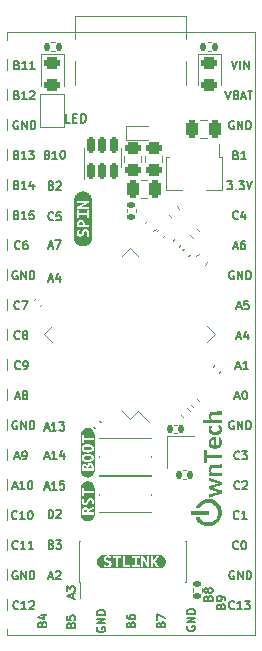
<source format=gto>
G04 #@! TF.GenerationSoftware,KiCad,Pcbnew,6.0.1-79c1e3a40b~116~ubuntu20.04.1*
G04 #@! TF.CreationDate,2022-07-08T20:10:07+02:00*
G04 #@! TF.ProjectId,microcontroller_mini,6d696372-6f63-46f6-9e74-726f6c6c6572,rev?*
G04 #@! TF.SameCoordinates,Original*
G04 #@! TF.FileFunction,Legend,Top*
G04 #@! TF.FilePolarity,Positive*
%FSLAX46Y46*%
G04 Gerber Fmt 4.6, Leading zero omitted, Abs format (unit mm)*
G04 Created by KiCad (PCBNEW 6.0.1-79c1e3a40b~116~ubuntu20.04.1) date 2022-07-08 20:10:07*
%MOMM*%
%LPD*%
G01*
G04 APERTURE LIST*
G04 Aperture macros list*
%AMRoundRect*
0 Rectangle with rounded corners*
0 $1 Rounding radius*
0 $2 $3 $4 $5 $6 $7 $8 $9 X,Y pos of 4 corners*
0 Add a 4 corners polygon primitive as box body*
4,1,4,$2,$3,$4,$5,$6,$7,$8,$9,$2,$3,0*
0 Add four circle primitives for the rounded corners*
1,1,$1+$1,$2,$3*
1,1,$1+$1,$4,$5*
1,1,$1+$1,$6,$7*
1,1,$1+$1,$8,$9*
0 Add four rect primitives between the rounded corners*
20,1,$1+$1,$2,$3,$4,$5,0*
20,1,$1+$1,$4,$5,$6,$7,0*
20,1,$1+$1,$6,$7,$8,$9,0*
20,1,$1+$1,$8,$9,$2,$3,0*%
%AMFreePoly0*
4,1,9,3.862500,-0.866500,0.737500,-0.866500,0.737500,-0.450000,-0.737500,-0.450000,-0.737500,0.450000,0.737500,0.450000,0.737500,0.866500,3.862500,0.866500,3.862500,-0.866500,3.862500,-0.866500,$1*%
%AMFreePoly1*
4,1,6,0.500000,-0.750000,-0.650000,-0.750000,-0.150000,0.000000,-0.650000,0.750000,0.500000,0.750000,0.500000,-0.750000,0.500000,-0.750000,$1*%
%AMFreePoly2*
4,1,6,1.000000,0.000000,0.500000,-0.750000,-0.500000,-0.750000,-0.500000,0.750000,0.500000,0.750000,1.000000,0.000000,1.000000,0.000000,$1*%
G04 Aperture macros list end*
%ADD10C,0.150000*%
%ADD11C,0.120000*%
%ADD12R,0.600000X0.700000*%
%ADD13RoundRect,0.135000X0.185000X-0.135000X0.185000X0.135000X-0.185000X0.135000X-0.185000X-0.135000X0*%
%ADD14R,0.800000X0.900000*%
%ADD15RoundRect,0.225000X0.335876X0.017678X0.017678X0.335876X-0.335876X-0.017678X-0.017678X-0.335876X0*%
%ADD16RoundRect,0.135000X-0.226274X-0.035355X-0.035355X-0.226274X0.226274X0.035355X0.035355X0.226274X0*%
%ADD17O,2.400000X1.600000*%
%ADD18R,1.000000X1.600000*%
%ADD19R,1.600000X1.000000*%
%ADD20O,1.600000X2.400000*%
%ADD21RoundRect,0.150000X0.150000X-0.512500X0.150000X0.512500X-0.150000X0.512500X-0.150000X-0.512500X0*%
%ADD22R,0.900000X1.300000*%
%ADD23FreePoly0,270.000000*%
%ADD24RoundRect,0.135000X0.226274X0.035355X0.035355X0.226274X-0.226274X-0.035355X-0.035355X-0.226274X0*%
%ADD25RoundRect,0.225000X0.017678X-0.335876X0.335876X-0.017678X-0.017678X0.335876X-0.335876X0.017678X0*%
%ADD26RoundRect,0.140000X-0.219203X-0.021213X-0.021213X-0.219203X0.219203X0.021213X0.021213X0.219203X0*%
%ADD27RoundRect,0.243750X0.456250X-0.243750X0.456250X0.243750X-0.456250X0.243750X-0.456250X-0.243750X0*%
%ADD28RoundRect,0.135000X0.135000X0.185000X-0.135000X0.185000X-0.135000X-0.185000X0.135000X-0.185000X0*%
%ADD29R,0.900000X1.000000*%
%ADD30C,1.500000*%
%ADD31RoundRect,0.250000X0.250000X0.475000X-0.250000X0.475000X-0.250000X-0.475000X0.250000X-0.475000X0*%
%ADD32R,0.740000X2.400000*%
%ADD33RoundRect,0.243750X-0.456250X0.243750X-0.456250X-0.243750X0.456250X-0.243750X0.456250X0.243750X0*%
%ADD34RoundRect,0.140000X0.021213X-0.219203X0.219203X-0.021213X-0.021213X0.219203X-0.219203X0.021213X0*%
%ADD35RoundRect,0.140000X-0.021213X0.219203X-0.219203X0.021213X0.021213X-0.219203X0.219203X-0.021213X0*%
%ADD36RoundRect,0.135000X-0.135000X-0.185000X0.135000X-0.185000X0.135000X0.185000X-0.135000X0.185000X0*%
%ADD37RoundRect,0.140000X0.140000X0.170000X-0.140000X0.170000X-0.140000X-0.170000X0.140000X-0.170000X0*%
%ADD38RoundRect,0.140000X0.219203X0.021213X0.021213X0.219203X-0.219203X-0.021213X-0.021213X-0.219203X0*%
%ADD39RoundRect,0.140000X-0.140000X-0.170000X0.140000X-0.170000X0.140000X0.170000X-0.140000X0.170000X0*%
%ADD40RoundRect,0.250000X-0.250000X-0.475000X0.250000X-0.475000X0.250000X0.475000X-0.250000X0.475000X0*%
%ADD41RoundRect,0.135000X-0.185000X0.135000X-0.185000X-0.135000X0.185000X-0.135000X0.185000X0.135000X0*%
%ADD42RoundRect,0.075000X0.548008X0.441942X0.441942X0.548008X-0.548008X-0.441942X-0.441942X-0.548008X0*%
%ADD43RoundRect,0.075000X0.548008X-0.441942X-0.441942X0.548008X-0.548008X0.441942X0.441942X-0.548008X0*%
%ADD44FreePoly1,90.000000*%
%ADD45FreePoly2,90.000000*%
%ADD46O,1.000000X1.600000*%
%ADD47O,1.000000X2.100000*%
%ADD48R,0.600000X1.450000*%
%ADD49R,0.300000X1.450000*%
%ADD50C,0.650000*%
G04 APERTURE END LIST*
D10*
X88366666Y-82816666D02*
X88700000Y-82816666D01*
X88300000Y-83016666D02*
X88533333Y-82316666D01*
X88766666Y-83016666D01*
X89366666Y-83016666D02*
X88966666Y-83016666D01*
X89166666Y-83016666D02*
X89166666Y-82316666D01*
X89100000Y-82416666D01*
X89033333Y-82483333D01*
X88966666Y-82516666D01*
X89600000Y-82316666D02*
X90033333Y-82316666D01*
X89800000Y-82583333D01*
X89900000Y-82583333D01*
X89966666Y-82616666D01*
X90000000Y-82650000D01*
X90033333Y-82716666D01*
X90033333Y-82883333D01*
X90000000Y-82950000D01*
X89966666Y-82983333D01*
X89900000Y-83016666D01*
X89700000Y-83016666D01*
X89633333Y-82983333D01*
X89600000Y-82950000D01*
X104833333Y-87920000D02*
X104800000Y-87953333D01*
X104700000Y-87986666D01*
X104633333Y-87986666D01*
X104533333Y-87953333D01*
X104466666Y-87886666D01*
X104433333Y-87820000D01*
X104400000Y-87686666D01*
X104400000Y-87586666D01*
X104433333Y-87453333D01*
X104466666Y-87386666D01*
X104533333Y-87320000D01*
X104633333Y-87286666D01*
X104700000Y-87286666D01*
X104800000Y-87320000D01*
X104833333Y-87353333D01*
X105100000Y-87353333D02*
X105133333Y-87320000D01*
X105200000Y-87286666D01*
X105366666Y-87286666D01*
X105433333Y-87320000D01*
X105466666Y-87353333D01*
X105500000Y-87420000D01*
X105500000Y-87486666D01*
X105466666Y-87586666D01*
X105066666Y-87986666D01*
X105500000Y-87986666D01*
X86120000Y-98090000D02*
X86086666Y-98123333D01*
X85986666Y-98156666D01*
X85920000Y-98156666D01*
X85820000Y-98123333D01*
X85753333Y-98056666D01*
X85720000Y-97990000D01*
X85686666Y-97856666D01*
X85686666Y-97756666D01*
X85720000Y-97623333D01*
X85753333Y-97556666D01*
X85820000Y-97490000D01*
X85920000Y-97456666D01*
X85986666Y-97456666D01*
X86086666Y-97490000D01*
X86120000Y-97523333D01*
X86786666Y-98156666D02*
X86386666Y-98156666D01*
X86586666Y-98156666D02*
X86586666Y-97456666D01*
X86520000Y-97556666D01*
X86453333Y-97623333D01*
X86386666Y-97656666D01*
X87053333Y-97523333D02*
X87086666Y-97490000D01*
X87153333Y-97456666D01*
X87320000Y-97456666D01*
X87386666Y-97490000D01*
X87420000Y-97523333D01*
X87453333Y-97590000D01*
X87453333Y-97656666D01*
X87420000Y-97756666D01*
X87020000Y-98156666D01*
X87453333Y-98156666D01*
X104620000Y-72556666D02*
X104953333Y-72556666D01*
X104553333Y-72756666D02*
X104786666Y-72056666D01*
X105020000Y-72756666D01*
X105586666Y-72056666D02*
X105253333Y-72056666D01*
X105220000Y-72390000D01*
X105253333Y-72356666D01*
X105320000Y-72323333D01*
X105486666Y-72323333D01*
X105553333Y-72356666D01*
X105586666Y-72390000D01*
X105620000Y-72456666D01*
X105620000Y-72623333D01*
X105586666Y-72690000D01*
X105553333Y-72723333D01*
X105486666Y-72756666D01*
X105320000Y-72756666D01*
X105253333Y-72723333D01*
X105220000Y-72690000D01*
X88366666Y-87816666D02*
X88700000Y-87816666D01*
X88300000Y-88016666D02*
X88533333Y-87316666D01*
X88766666Y-88016666D01*
X89366666Y-88016666D02*
X88966666Y-88016666D01*
X89166666Y-88016666D02*
X89166666Y-87316666D01*
X89100000Y-87416666D01*
X89033333Y-87483333D01*
X88966666Y-87516666D01*
X90000000Y-87316666D02*
X89666666Y-87316666D01*
X89633333Y-87650000D01*
X89666666Y-87616666D01*
X89733333Y-87583333D01*
X89900000Y-87583333D01*
X89966666Y-87616666D01*
X90000000Y-87650000D01*
X90033333Y-87716666D01*
X90033333Y-87883333D01*
X90000000Y-87950000D01*
X89966666Y-87983333D01*
X89900000Y-88016666D01*
X89733333Y-88016666D01*
X89666666Y-87983333D01*
X89633333Y-87950000D01*
X85963333Y-64760000D02*
X86063333Y-64793333D01*
X86096666Y-64826666D01*
X86130000Y-64893333D01*
X86130000Y-64993333D01*
X86096666Y-65060000D01*
X86063333Y-65093333D01*
X85996666Y-65126666D01*
X85730000Y-65126666D01*
X85730000Y-64426666D01*
X85963333Y-64426666D01*
X86030000Y-64460000D01*
X86063333Y-64493333D01*
X86096666Y-64560000D01*
X86096666Y-64626666D01*
X86063333Y-64693333D01*
X86030000Y-64726666D01*
X85963333Y-64760000D01*
X85730000Y-64760000D01*
X86796666Y-65126666D02*
X86396666Y-65126666D01*
X86596666Y-65126666D02*
X86596666Y-64426666D01*
X86530000Y-64526666D01*
X86463333Y-64593333D01*
X86396666Y-64626666D01*
X87430000Y-64426666D02*
X87096666Y-64426666D01*
X87063333Y-64760000D01*
X87096666Y-64726666D01*
X87163333Y-64693333D01*
X87330000Y-64693333D01*
X87396666Y-64726666D01*
X87430000Y-64760000D01*
X87463333Y-64826666D01*
X87463333Y-64993333D01*
X87430000Y-65060000D01*
X87396666Y-65093333D01*
X87330000Y-65126666D01*
X87163333Y-65126666D01*
X87096666Y-65093333D01*
X87063333Y-65060000D01*
X86026666Y-94950000D02*
X85960000Y-94916666D01*
X85860000Y-94916666D01*
X85760000Y-94950000D01*
X85693333Y-95016666D01*
X85660000Y-95083333D01*
X85626666Y-95216666D01*
X85626666Y-95316666D01*
X85660000Y-95450000D01*
X85693333Y-95516666D01*
X85760000Y-95583333D01*
X85860000Y-95616666D01*
X85926666Y-95616666D01*
X86026666Y-95583333D01*
X86060000Y-95550000D01*
X86060000Y-95316666D01*
X85926666Y-95316666D01*
X86360000Y-95616666D02*
X86360000Y-94916666D01*
X86760000Y-95616666D01*
X86760000Y-94916666D01*
X87093333Y-95616666D02*
X87093333Y-94916666D01*
X87260000Y-94916666D01*
X87360000Y-94950000D01*
X87426666Y-95016666D01*
X87460000Y-95083333D01*
X87493333Y-95216666D01*
X87493333Y-95316666D01*
X87460000Y-95450000D01*
X87426666Y-95516666D01*
X87360000Y-95583333D01*
X87260000Y-95616666D01*
X87093333Y-95616666D01*
X86096666Y-56840000D02*
X86030000Y-56806666D01*
X85930000Y-56806666D01*
X85830000Y-56840000D01*
X85763333Y-56906666D01*
X85730000Y-56973333D01*
X85696666Y-57106666D01*
X85696666Y-57206666D01*
X85730000Y-57340000D01*
X85763333Y-57406666D01*
X85830000Y-57473333D01*
X85930000Y-57506666D01*
X85996666Y-57506666D01*
X86096666Y-57473333D01*
X86130000Y-57440000D01*
X86130000Y-57206666D01*
X85996666Y-57206666D01*
X86430000Y-57506666D02*
X86430000Y-56806666D01*
X86830000Y-57506666D01*
X86830000Y-56806666D01*
X87163333Y-57506666D02*
X87163333Y-56806666D01*
X87330000Y-56806666D01*
X87430000Y-56840000D01*
X87496666Y-56906666D01*
X87530000Y-56973333D01*
X87563333Y-57106666D01*
X87563333Y-57206666D01*
X87530000Y-57340000D01*
X87496666Y-57406666D01*
X87430000Y-57473333D01*
X87330000Y-57506666D01*
X87163333Y-57506666D01*
X104733333Y-65070000D02*
X104700000Y-65103333D01*
X104600000Y-65136666D01*
X104533333Y-65136666D01*
X104433333Y-65103333D01*
X104366666Y-65036666D01*
X104333333Y-64970000D01*
X104300000Y-64836666D01*
X104300000Y-64736666D01*
X104333333Y-64603333D01*
X104366666Y-64536666D01*
X104433333Y-64470000D01*
X104533333Y-64436666D01*
X104600000Y-64436666D01*
X104700000Y-64470000D01*
X104733333Y-64503333D01*
X105333333Y-64670000D02*
X105333333Y-65136666D01*
X105166666Y-64403333D02*
X105000000Y-64903333D01*
X105433333Y-64903333D01*
X92800000Y-99683333D02*
X92766666Y-99750000D01*
X92766666Y-99850000D01*
X92800000Y-99950000D01*
X92866666Y-100016666D01*
X92933333Y-100050000D01*
X93066666Y-100083333D01*
X93166666Y-100083333D01*
X93300000Y-100050000D01*
X93366666Y-100016666D01*
X93433333Y-99950000D01*
X93466666Y-99850000D01*
X93466666Y-99783333D01*
X93433333Y-99683333D01*
X93400000Y-99650000D01*
X93166666Y-99650000D01*
X93166666Y-99783333D01*
X93466666Y-99350000D02*
X92766666Y-99350000D01*
X93466666Y-98950000D01*
X92766666Y-98950000D01*
X93466666Y-98616666D02*
X92766666Y-98616666D01*
X92766666Y-98450000D01*
X92800000Y-98350000D01*
X92866666Y-98283333D01*
X92933333Y-98250000D01*
X93066666Y-98216666D01*
X93166666Y-98216666D01*
X93300000Y-98250000D01*
X93366666Y-98283333D01*
X93433333Y-98350000D01*
X93466666Y-98450000D01*
X93466666Y-98616666D01*
X86023333Y-52070000D02*
X86123333Y-52103333D01*
X86156666Y-52136666D01*
X86190000Y-52203333D01*
X86190000Y-52303333D01*
X86156666Y-52370000D01*
X86123333Y-52403333D01*
X86056666Y-52436666D01*
X85790000Y-52436666D01*
X85790000Y-51736666D01*
X86023333Y-51736666D01*
X86090000Y-51770000D01*
X86123333Y-51803333D01*
X86156666Y-51870000D01*
X86156666Y-51936666D01*
X86123333Y-52003333D01*
X86090000Y-52036666D01*
X86023333Y-52070000D01*
X85790000Y-52070000D01*
X86856666Y-52436666D02*
X86456666Y-52436666D01*
X86656666Y-52436666D02*
X86656666Y-51736666D01*
X86590000Y-51836666D01*
X86523333Y-51903333D01*
X86456666Y-51936666D01*
X87523333Y-52436666D02*
X87123333Y-52436666D01*
X87323333Y-52436666D02*
X87323333Y-51736666D01*
X87256666Y-51836666D01*
X87190000Y-51903333D01*
X87123333Y-51936666D01*
X103650000Y-54276666D02*
X103883333Y-54976666D01*
X104116666Y-54276666D01*
X104583333Y-54610000D02*
X104683333Y-54643333D01*
X104716666Y-54676666D01*
X104750000Y-54743333D01*
X104750000Y-54843333D01*
X104716666Y-54910000D01*
X104683333Y-54943333D01*
X104616666Y-54976666D01*
X104350000Y-54976666D01*
X104350000Y-54276666D01*
X104583333Y-54276666D01*
X104650000Y-54310000D01*
X104683333Y-54343333D01*
X104716666Y-54410000D01*
X104716666Y-54476666D01*
X104683333Y-54543333D01*
X104650000Y-54576666D01*
X104583333Y-54610000D01*
X104350000Y-54610000D01*
X105016666Y-54776666D02*
X105350000Y-54776666D01*
X104950000Y-54976666D02*
X105183333Y-54276666D01*
X105416666Y-54976666D01*
X105550000Y-54276666D02*
X105950000Y-54276666D01*
X105750000Y-54976666D02*
X105750000Y-54276666D01*
X85890000Y-80166666D02*
X86223333Y-80166666D01*
X85823333Y-80366666D02*
X86056666Y-79666666D01*
X86290000Y-80366666D01*
X86623333Y-79966666D02*
X86556666Y-79933333D01*
X86523333Y-79900000D01*
X86490000Y-79833333D01*
X86490000Y-79800000D01*
X86523333Y-79733333D01*
X86556666Y-79700000D01*
X86623333Y-79666666D01*
X86756666Y-79666666D01*
X86823333Y-79700000D01*
X86856666Y-79733333D01*
X86890000Y-79800000D01*
X86890000Y-79833333D01*
X86856666Y-79900000D01*
X86823333Y-79933333D01*
X86756666Y-79966666D01*
X86623333Y-79966666D01*
X86556666Y-80000000D01*
X86523333Y-80033333D01*
X86490000Y-80100000D01*
X86490000Y-80233333D01*
X86523333Y-80300000D01*
X86556666Y-80333333D01*
X86623333Y-80366666D01*
X86756666Y-80366666D01*
X86823333Y-80333333D01*
X86856666Y-80300000D01*
X86890000Y-80233333D01*
X86890000Y-80100000D01*
X86856666Y-80033333D01*
X86823333Y-80000000D01*
X86756666Y-79966666D01*
X104366666Y-56840000D02*
X104300000Y-56806666D01*
X104200000Y-56806666D01*
X104100000Y-56840000D01*
X104033333Y-56906666D01*
X104000000Y-56973333D01*
X103966666Y-57106666D01*
X103966666Y-57206666D01*
X104000000Y-57340000D01*
X104033333Y-57406666D01*
X104100000Y-57473333D01*
X104200000Y-57506666D01*
X104266666Y-57506666D01*
X104366666Y-57473333D01*
X104400000Y-57440000D01*
X104400000Y-57206666D01*
X104266666Y-57206666D01*
X104700000Y-57506666D02*
X104700000Y-56806666D01*
X105100000Y-57506666D01*
X105100000Y-56806666D01*
X105433333Y-57506666D02*
X105433333Y-56806666D01*
X105600000Y-56806666D01*
X105700000Y-56840000D01*
X105766666Y-56906666D01*
X105800000Y-56973333D01*
X105833333Y-57106666D01*
X105833333Y-57206666D01*
X105800000Y-57340000D01*
X105766666Y-57406666D01*
X105700000Y-57473333D01*
X105600000Y-57506666D01*
X105433333Y-57506666D01*
X104490000Y-80166666D02*
X104823333Y-80166666D01*
X104423333Y-80366666D02*
X104656666Y-79666666D01*
X104890000Y-80366666D01*
X105256666Y-79666666D02*
X105323333Y-79666666D01*
X105390000Y-79700000D01*
X105423333Y-79733333D01*
X105456666Y-79800000D01*
X105490000Y-79933333D01*
X105490000Y-80100000D01*
X105456666Y-80233333D01*
X105423333Y-80300000D01*
X105390000Y-80333333D01*
X105323333Y-80366666D01*
X105256666Y-80366666D01*
X105190000Y-80333333D01*
X105156666Y-80300000D01*
X105123333Y-80233333D01*
X105090000Y-80100000D01*
X105090000Y-79933333D01*
X105123333Y-79800000D01*
X105156666Y-79733333D01*
X105190000Y-79700000D01*
X105256666Y-79666666D01*
X104366666Y-82250000D02*
X104300000Y-82216666D01*
X104200000Y-82216666D01*
X104100000Y-82250000D01*
X104033333Y-82316666D01*
X104000000Y-82383333D01*
X103966666Y-82516666D01*
X103966666Y-82616666D01*
X104000000Y-82750000D01*
X104033333Y-82816666D01*
X104100000Y-82883333D01*
X104200000Y-82916666D01*
X104266666Y-82916666D01*
X104366666Y-82883333D01*
X104400000Y-82850000D01*
X104400000Y-82616666D01*
X104266666Y-82616666D01*
X104700000Y-82916666D02*
X104700000Y-82216666D01*
X105100000Y-82916666D01*
X105100000Y-82216666D01*
X105433333Y-82916666D02*
X105433333Y-82216666D01*
X105600000Y-82216666D01*
X105700000Y-82250000D01*
X105766666Y-82316666D01*
X105800000Y-82383333D01*
X105833333Y-82516666D01*
X105833333Y-82616666D01*
X105800000Y-82750000D01*
X105766666Y-82816666D01*
X105700000Y-82883333D01*
X105600000Y-82916666D01*
X105433333Y-82916666D01*
X86016666Y-82250000D02*
X85950000Y-82216666D01*
X85850000Y-82216666D01*
X85750000Y-82250000D01*
X85683333Y-82316666D01*
X85650000Y-82383333D01*
X85616666Y-82516666D01*
X85616666Y-82616666D01*
X85650000Y-82750000D01*
X85683333Y-82816666D01*
X85750000Y-82883333D01*
X85850000Y-82916666D01*
X85916666Y-82916666D01*
X86016666Y-82883333D01*
X86050000Y-82850000D01*
X86050000Y-82616666D01*
X85916666Y-82616666D01*
X86350000Y-82916666D02*
X86350000Y-82216666D01*
X86750000Y-82916666D01*
X86750000Y-82216666D01*
X87083333Y-82916666D02*
X87083333Y-82216666D01*
X87250000Y-82216666D01*
X87350000Y-82250000D01*
X87416666Y-82316666D01*
X87450000Y-82383333D01*
X87483333Y-82516666D01*
X87483333Y-82616666D01*
X87450000Y-82750000D01*
X87416666Y-82816666D01*
X87350000Y-82883333D01*
X87250000Y-82916666D01*
X87083333Y-82916666D01*
X88916666Y-62250000D02*
X89016666Y-62283333D01*
X89050000Y-62316666D01*
X89083333Y-62383333D01*
X89083333Y-62483333D01*
X89050000Y-62550000D01*
X89016666Y-62583333D01*
X88950000Y-62616666D01*
X88683333Y-62616666D01*
X88683333Y-61916666D01*
X88916666Y-61916666D01*
X88983333Y-61950000D01*
X89016666Y-61983333D01*
X89050000Y-62050000D01*
X89050000Y-62116666D01*
X89016666Y-62183333D01*
X88983333Y-62216666D01*
X88916666Y-62250000D01*
X88683333Y-62250000D01*
X89350000Y-61983333D02*
X89383333Y-61950000D01*
X89450000Y-61916666D01*
X89616666Y-61916666D01*
X89683333Y-61950000D01*
X89716666Y-61983333D01*
X89750000Y-62050000D01*
X89750000Y-62116666D01*
X89716666Y-62216666D01*
X89316666Y-62616666D01*
X89750000Y-62616666D01*
X88366666Y-85216666D02*
X88700000Y-85216666D01*
X88300000Y-85416666D02*
X88533333Y-84716666D01*
X88766666Y-85416666D01*
X89366666Y-85416666D02*
X88966666Y-85416666D01*
X89166666Y-85416666D02*
X89166666Y-84716666D01*
X89100000Y-84816666D01*
X89033333Y-84883333D01*
X88966666Y-84916666D01*
X89966666Y-84950000D02*
X89966666Y-85416666D01*
X89800000Y-84683333D02*
X89633333Y-85183333D01*
X90066666Y-85183333D01*
X88700000Y-70216666D02*
X89033333Y-70216666D01*
X88633333Y-70416666D02*
X88866666Y-69716666D01*
X89100000Y-70416666D01*
X89633333Y-69950000D02*
X89633333Y-70416666D01*
X89466666Y-69683333D02*
X89300000Y-70183333D01*
X89733333Y-70183333D01*
X86026666Y-69550800D02*
X85960000Y-69517466D01*
X85860000Y-69517466D01*
X85760000Y-69550800D01*
X85693333Y-69617466D01*
X85660000Y-69684133D01*
X85626666Y-69817466D01*
X85626666Y-69917466D01*
X85660000Y-70050800D01*
X85693333Y-70117466D01*
X85760000Y-70184133D01*
X85860000Y-70217466D01*
X85926666Y-70217466D01*
X86026666Y-70184133D01*
X86060000Y-70150800D01*
X86060000Y-69917466D01*
X85926666Y-69917466D01*
X86360000Y-70217466D02*
X86360000Y-69517466D01*
X86760000Y-70217466D01*
X86760000Y-69517466D01*
X87093333Y-70217466D02*
X87093333Y-69517466D01*
X87260000Y-69517466D01*
X87360000Y-69550800D01*
X87426666Y-69617466D01*
X87460000Y-69684133D01*
X87493333Y-69817466D01*
X87493333Y-69917466D01*
X87460000Y-70050800D01*
X87426666Y-70117466D01*
X87360000Y-70184133D01*
X87260000Y-70217466D01*
X87093333Y-70217466D01*
X104610000Y-75096666D02*
X104943333Y-75096666D01*
X104543333Y-75296666D02*
X104776666Y-74596666D01*
X105010000Y-75296666D01*
X105543333Y-74830000D02*
X105543333Y-75296666D01*
X105376666Y-74563333D02*
X105210000Y-75063333D01*
X105643333Y-75063333D01*
X86233333Y-75220000D02*
X86200000Y-75253333D01*
X86100000Y-75286666D01*
X86033333Y-75286666D01*
X85933333Y-75253333D01*
X85866666Y-75186666D01*
X85833333Y-75120000D01*
X85800000Y-74986666D01*
X85800000Y-74886666D01*
X85833333Y-74753333D01*
X85866666Y-74686666D01*
X85933333Y-74620000D01*
X86033333Y-74586666D01*
X86100000Y-74586666D01*
X86200000Y-74620000D01*
X86233333Y-74653333D01*
X86633333Y-74886666D02*
X86566666Y-74853333D01*
X86533333Y-74820000D01*
X86500000Y-74753333D01*
X86500000Y-74720000D01*
X86533333Y-74653333D01*
X86566666Y-74620000D01*
X86633333Y-74586666D01*
X86766666Y-74586666D01*
X86833333Y-74620000D01*
X86866666Y-74653333D01*
X86900000Y-74720000D01*
X86900000Y-74753333D01*
X86866666Y-74820000D01*
X86833333Y-74853333D01*
X86766666Y-74886666D01*
X86633333Y-74886666D01*
X86566666Y-74920000D01*
X86533333Y-74953333D01*
X86500000Y-75020000D01*
X86500000Y-75153333D01*
X86533333Y-75220000D01*
X86566666Y-75253333D01*
X86633333Y-75286666D01*
X86766666Y-75286666D01*
X86833333Y-75253333D01*
X86866666Y-75220000D01*
X86900000Y-75153333D01*
X86900000Y-75020000D01*
X86866666Y-74953333D01*
X86833333Y-74920000D01*
X86766666Y-74886666D01*
X89083333Y-65150000D02*
X89050000Y-65183333D01*
X88950000Y-65216666D01*
X88883333Y-65216666D01*
X88783333Y-65183333D01*
X88716666Y-65116666D01*
X88683333Y-65050000D01*
X88650000Y-64916666D01*
X88650000Y-64816666D01*
X88683333Y-64683333D01*
X88716666Y-64616666D01*
X88783333Y-64550000D01*
X88883333Y-64516666D01*
X88950000Y-64516666D01*
X89050000Y-64550000D01*
X89083333Y-64583333D01*
X89716666Y-64516666D02*
X89383333Y-64516666D01*
X89350000Y-64850000D01*
X89383333Y-64816666D01*
X89450000Y-64783333D01*
X89616666Y-64783333D01*
X89683333Y-64816666D01*
X89716666Y-64850000D01*
X89750000Y-64916666D01*
X89750000Y-65083333D01*
X89716666Y-65150000D01*
X89683333Y-65183333D01*
X89616666Y-65216666D01*
X89450000Y-65216666D01*
X89383333Y-65183333D01*
X89350000Y-65150000D01*
X85963333Y-62220000D02*
X86063333Y-62253333D01*
X86096666Y-62286666D01*
X86130000Y-62353333D01*
X86130000Y-62453333D01*
X86096666Y-62520000D01*
X86063333Y-62553333D01*
X85996666Y-62586666D01*
X85730000Y-62586666D01*
X85730000Y-61886666D01*
X85963333Y-61886666D01*
X86030000Y-61920000D01*
X86063333Y-61953333D01*
X86096666Y-62020000D01*
X86096666Y-62086666D01*
X86063333Y-62153333D01*
X86030000Y-62186666D01*
X85963333Y-62220000D01*
X85730000Y-62220000D01*
X86796666Y-62586666D02*
X86396666Y-62586666D01*
X86596666Y-62586666D02*
X86596666Y-61886666D01*
X86530000Y-61986666D01*
X86463333Y-62053333D01*
X86396666Y-62086666D01*
X87396666Y-62120000D02*
X87396666Y-62586666D01*
X87230000Y-61853333D02*
X87063333Y-62353333D01*
X87496666Y-62353333D01*
X90716666Y-97200000D02*
X90716666Y-96866666D01*
X90916666Y-97266666D02*
X90216666Y-97033333D01*
X90916666Y-96800000D01*
X90216666Y-96633333D02*
X90216666Y-96200000D01*
X90483333Y-96433333D01*
X90483333Y-96333333D01*
X90516666Y-96266666D01*
X90550000Y-96233333D01*
X90616666Y-96200000D01*
X90783333Y-96200000D01*
X90850000Y-96233333D01*
X90883333Y-96266666D01*
X90916666Y-96333333D01*
X90916666Y-96533333D01*
X90883333Y-96600000D01*
X90850000Y-96633333D01*
X86060000Y-92990000D02*
X86026666Y-93023333D01*
X85926666Y-93056666D01*
X85860000Y-93056666D01*
X85760000Y-93023333D01*
X85693333Y-92956666D01*
X85660000Y-92890000D01*
X85626666Y-92756666D01*
X85626666Y-92656666D01*
X85660000Y-92523333D01*
X85693333Y-92456666D01*
X85760000Y-92390000D01*
X85860000Y-92356666D01*
X85926666Y-92356666D01*
X86026666Y-92390000D01*
X86060000Y-92423333D01*
X86726666Y-93056666D02*
X86326666Y-93056666D01*
X86526666Y-93056666D02*
X86526666Y-92356666D01*
X86460000Y-92456666D01*
X86393333Y-92523333D01*
X86326666Y-92556666D01*
X87393333Y-93056666D02*
X86993333Y-93056666D01*
X87193333Y-93056666D02*
X87193333Y-92356666D01*
X87126666Y-92456666D01*
X87060000Y-92523333D01*
X86993333Y-92556666D01*
X86253333Y-67600000D02*
X86220000Y-67633333D01*
X86120000Y-67666666D01*
X86053333Y-67666666D01*
X85953333Y-67633333D01*
X85886666Y-67566666D01*
X85853333Y-67500000D01*
X85820000Y-67366666D01*
X85820000Y-67266666D01*
X85853333Y-67133333D01*
X85886666Y-67066666D01*
X85953333Y-67000000D01*
X86053333Y-66966666D01*
X86120000Y-66966666D01*
X86220000Y-67000000D01*
X86253333Y-67033333D01*
X86853333Y-66966666D02*
X86720000Y-66966666D01*
X86653333Y-67000000D01*
X86620000Y-67033333D01*
X86553333Y-67133333D01*
X86520000Y-67266666D01*
X86520000Y-67533333D01*
X86553333Y-67600000D01*
X86586666Y-67633333D01*
X86653333Y-67666666D01*
X86786666Y-67666666D01*
X86853333Y-67633333D01*
X86886666Y-67600000D01*
X86920000Y-67533333D01*
X86920000Y-67366666D01*
X86886666Y-67300000D01*
X86853333Y-67266666D01*
X86786666Y-67233333D01*
X86653333Y-67233333D01*
X86586666Y-67266666D01*
X86553333Y-67300000D01*
X86520000Y-67366666D01*
X104783333Y-90450000D02*
X104750000Y-90483333D01*
X104650000Y-90516666D01*
X104583333Y-90516666D01*
X104483333Y-90483333D01*
X104416666Y-90416666D01*
X104383333Y-90350000D01*
X104350000Y-90216666D01*
X104350000Y-90116666D01*
X104383333Y-89983333D01*
X104416666Y-89916666D01*
X104483333Y-89850000D01*
X104583333Y-89816666D01*
X104650000Y-89816666D01*
X104750000Y-89850000D01*
X104783333Y-89883333D01*
X105450000Y-90516666D02*
X105050000Y-90516666D01*
X105250000Y-90516666D02*
X105250000Y-89816666D01*
X105183333Y-89916666D01*
X105116666Y-89983333D01*
X105050000Y-90016666D01*
X104566666Y-59690000D02*
X104666666Y-59723333D01*
X104700000Y-59756666D01*
X104733333Y-59823333D01*
X104733333Y-59923333D01*
X104700000Y-59990000D01*
X104666666Y-60023333D01*
X104600000Y-60056666D01*
X104333333Y-60056666D01*
X104333333Y-59356666D01*
X104566666Y-59356666D01*
X104633333Y-59390000D01*
X104666666Y-59423333D01*
X104700000Y-59490000D01*
X104700000Y-59556666D01*
X104666666Y-59623333D01*
X104633333Y-59656666D01*
X104566666Y-59690000D01*
X104333333Y-59690000D01*
X105400000Y-60056666D02*
X105000000Y-60056666D01*
X105200000Y-60056666D02*
X105200000Y-59356666D01*
X105133333Y-59456666D01*
X105066666Y-59523333D01*
X105000000Y-59556666D01*
X88700000Y-95416666D02*
X89033333Y-95416666D01*
X88633333Y-95616666D02*
X88866666Y-94916666D01*
X89100000Y-95616666D01*
X89300000Y-94983333D02*
X89333333Y-94950000D01*
X89400000Y-94916666D01*
X89566666Y-94916666D01*
X89633333Y-94950000D01*
X89666666Y-94983333D01*
X89700000Y-95050000D01*
X89700000Y-95116666D01*
X89666666Y-95216666D01*
X89266666Y-95616666D01*
X89700000Y-95616666D01*
X86213333Y-72690000D02*
X86180000Y-72723333D01*
X86080000Y-72756666D01*
X86013333Y-72756666D01*
X85913333Y-72723333D01*
X85846666Y-72656666D01*
X85813333Y-72590000D01*
X85780000Y-72456666D01*
X85780000Y-72356666D01*
X85813333Y-72223333D01*
X85846666Y-72156666D01*
X85913333Y-72090000D01*
X86013333Y-72056666D01*
X86080000Y-72056666D01*
X86180000Y-72090000D01*
X86213333Y-72123333D01*
X86446666Y-72056666D02*
X86913333Y-72056666D01*
X86613333Y-72756666D01*
X103250000Y-97883333D02*
X103283333Y-97783333D01*
X103316666Y-97750000D01*
X103383333Y-97716666D01*
X103483333Y-97716666D01*
X103550000Y-97750000D01*
X103583333Y-97783333D01*
X103616666Y-97850000D01*
X103616666Y-98116666D01*
X102916666Y-98116666D01*
X102916666Y-97883333D01*
X102950000Y-97816666D01*
X102983333Y-97783333D01*
X103050000Y-97750000D01*
X103116666Y-97750000D01*
X103183333Y-97783333D01*
X103216666Y-97816666D01*
X103250000Y-97883333D01*
X103250000Y-98116666D01*
X103616666Y-97383333D02*
X103616666Y-97250000D01*
X103583333Y-97183333D01*
X103550000Y-97150000D01*
X103450000Y-97083333D01*
X103316666Y-97050000D01*
X103050000Y-97050000D01*
X102983333Y-97083333D01*
X102950000Y-97116666D01*
X102916666Y-97183333D01*
X102916666Y-97316666D01*
X102950000Y-97383333D01*
X102983333Y-97416666D01*
X103050000Y-97450000D01*
X103216666Y-97450000D01*
X103283333Y-97416666D01*
X103316666Y-97383333D01*
X103350000Y-97316666D01*
X103350000Y-97183333D01*
X103316666Y-97116666D01*
X103283333Y-97083333D01*
X103216666Y-97050000D01*
X86000000Y-90460000D02*
X85966666Y-90493333D01*
X85866666Y-90526666D01*
X85800000Y-90526666D01*
X85700000Y-90493333D01*
X85633333Y-90426666D01*
X85600000Y-90360000D01*
X85566666Y-90226666D01*
X85566666Y-90126666D01*
X85600000Y-89993333D01*
X85633333Y-89926666D01*
X85700000Y-89860000D01*
X85800000Y-89826666D01*
X85866666Y-89826666D01*
X85966666Y-89860000D01*
X86000000Y-89893333D01*
X86666666Y-90526666D02*
X86266666Y-90526666D01*
X86466666Y-90526666D02*
X86466666Y-89826666D01*
X86400000Y-89926666D01*
X86333333Y-89993333D01*
X86266666Y-90026666D01*
X87100000Y-89826666D02*
X87166666Y-89826666D01*
X87233333Y-89860000D01*
X87266666Y-89893333D01*
X87300000Y-89960000D01*
X87333333Y-90093333D01*
X87333333Y-90260000D01*
X87300000Y-90393333D01*
X87266666Y-90460000D01*
X87233333Y-90493333D01*
X87166666Y-90526666D01*
X87100000Y-90526666D01*
X87033333Y-90493333D01*
X87000000Y-90460000D01*
X86966666Y-90393333D01*
X86933333Y-90260000D01*
X86933333Y-90093333D01*
X86966666Y-89960000D01*
X87000000Y-89893333D01*
X87033333Y-89860000D01*
X87100000Y-89826666D01*
X88150000Y-99383333D02*
X88183333Y-99283333D01*
X88216666Y-99250000D01*
X88283333Y-99216666D01*
X88383333Y-99216666D01*
X88450000Y-99250000D01*
X88483333Y-99283333D01*
X88516666Y-99350000D01*
X88516666Y-99616666D01*
X87816666Y-99616666D01*
X87816666Y-99383333D01*
X87850000Y-99316666D01*
X87883333Y-99283333D01*
X87950000Y-99250000D01*
X88016666Y-99250000D01*
X88083333Y-99283333D01*
X88116666Y-99316666D01*
X88150000Y-99383333D01*
X88150000Y-99616666D01*
X88050000Y-98616666D02*
X88516666Y-98616666D01*
X87783333Y-98783333D02*
X88283333Y-98950000D01*
X88283333Y-98516666D01*
X98180000Y-99433333D02*
X98213333Y-99333333D01*
X98246666Y-99300000D01*
X98313333Y-99266666D01*
X98413333Y-99266666D01*
X98480000Y-99300000D01*
X98513333Y-99333333D01*
X98546666Y-99400000D01*
X98546666Y-99666666D01*
X97846666Y-99666666D01*
X97846666Y-99433333D01*
X97880000Y-99366666D01*
X97913333Y-99333333D01*
X97980000Y-99300000D01*
X98046666Y-99300000D01*
X98113333Y-99333333D01*
X98146666Y-99366666D01*
X98180000Y-99433333D01*
X98180000Y-99666666D01*
X97846666Y-99033333D02*
X97846666Y-98566666D01*
X98546666Y-98866666D01*
X100420000Y-99583333D02*
X100386666Y-99650000D01*
X100386666Y-99750000D01*
X100420000Y-99850000D01*
X100486666Y-99916666D01*
X100553333Y-99950000D01*
X100686666Y-99983333D01*
X100786666Y-99983333D01*
X100920000Y-99950000D01*
X100986666Y-99916666D01*
X101053333Y-99850000D01*
X101086666Y-99750000D01*
X101086666Y-99683333D01*
X101053333Y-99583333D01*
X101020000Y-99550000D01*
X100786666Y-99550000D01*
X100786666Y-99683333D01*
X101086666Y-99250000D02*
X100386666Y-99250000D01*
X101086666Y-98850000D01*
X100386666Y-98850000D01*
X101086666Y-98516666D02*
X100386666Y-98516666D01*
X100386666Y-98350000D01*
X100420000Y-98250000D01*
X100486666Y-98183333D01*
X100553333Y-98150000D01*
X100686666Y-98116666D01*
X100786666Y-98116666D01*
X100920000Y-98150000D01*
X100986666Y-98183333D01*
X101053333Y-98250000D01*
X101086666Y-98350000D01*
X101086666Y-98516666D01*
X104376666Y-94950000D02*
X104310000Y-94916666D01*
X104210000Y-94916666D01*
X104110000Y-94950000D01*
X104043333Y-95016666D01*
X104010000Y-95083333D01*
X103976666Y-95216666D01*
X103976666Y-95316666D01*
X104010000Y-95450000D01*
X104043333Y-95516666D01*
X104110000Y-95583333D01*
X104210000Y-95616666D01*
X104276666Y-95616666D01*
X104376666Y-95583333D01*
X104410000Y-95550000D01*
X104410000Y-95316666D01*
X104276666Y-95316666D01*
X104710000Y-95616666D02*
X104710000Y-94916666D01*
X105110000Y-95616666D01*
X105110000Y-94916666D01*
X105443333Y-95616666D02*
X105443333Y-94916666D01*
X105610000Y-94916666D01*
X105710000Y-94950000D01*
X105776666Y-95016666D01*
X105810000Y-95083333D01*
X105843333Y-95216666D01*
X105843333Y-95316666D01*
X105810000Y-95450000D01*
X105776666Y-95516666D01*
X105710000Y-95583333D01*
X105610000Y-95616666D01*
X105443333Y-95616666D01*
X85656666Y-87786666D02*
X85990000Y-87786666D01*
X85590000Y-87986666D02*
X85823333Y-87286666D01*
X86056666Y-87986666D01*
X86656666Y-87986666D02*
X86256666Y-87986666D01*
X86456666Y-87986666D02*
X86456666Y-87286666D01*
X86390000Y-87386666D01*
X86323333Y-87453333D01*
X86256666Y-87486666D01*
X87090000Y-87286666D02*
X87156666Y-87286666D01*
X87223333Y-87320000D01*
X87256666Y-87353333D01*
X87290000Y-87420000D01*
X87323333Y-87553333D01*
X87323333Y-87720000D01*
X87290000Y-87853333D01*
X87256666Y-87920000D01*
X87223333Y-87953333D01*
X87156666Y-87986666D01*
X87090000Y-87986666D01*
X87023333Y-87953333D01*
X86990000Y-87920000D01*
X86956666Y-87853333D01*
X86923333Y-87720000D01*
X86923333Y-87553333D01*
X86956666Y-87420000D01*
X86990000Y-87353333D01*
X87023333Y-87320000D01*
X87090000Y-87286666D01*
X90517857Y-56939285D02*
X90160714Y-56939285D01*
X90160714Y-56189285D01*
X90767857Y-56546428D02*
X91017857Y-56546428D01*
X91125000Y-56939285D02*
X90767857Y-56939285D01*
X90767857Y-56189285D01*
X91125000Y-56189285D01*
X91446428Y-56939285D02*
X91446428Y-56189285D01*
X91625000Y-56189285D01*
X91732142Y-56225000D01*
X91803571Y-56296428D01*
X91839285Y-56367857D01*
X91875000Y-56510714D01*
X91875000Y-56617857D01*
X91839285Y-56760714D01*
X91803571Y-56832142D01*
X91732142Y-56903571D01*
X91625000Y-56939285D01*
X91446428Y-56939285D01*
X90560000Y-99483333D02*
X90593333Y-99383333D01*
X90626666Y-99350000D01*
X90693333Y-99316666D01*
X90793333Y-99316666D01*
X90860000Y-99350000D01*
X90893333Y-99383333D01*
X90926666Y-99450000D01*
X90926666Y-99716666D01*
X90226666Y-99716666D01*
X90226666Y-99483333D01*
X90260000Y-99416666D01*
X90293333Y-99383333D01*
X90360000Y-99350000D01*
X90426666Y-99350000D01*
X90493333Y-99383333D01*
X90526666Y-99416666D01*
X90560000Y-99483333D01*
X90560000Y-99716666D01*
X90226666Y-98683333D02*
X90226666Y-99016666D01*
X90560000Y-99050000D01*
X90526666Y-99016666D01*
X90493333Y-98950000D01*
X90493333Y-98783333D01*
X90526666Y-98716666D01*
X90560000Y-98683333D01*
X90626666Y-98650000D01*
X90793333Y-98650000D01*
X90860000Y-98683333D01*
X90893333Y-98716666D01*
X90926666Y-98783333D01*
X90926666Y-98950000D01*
X90893333Y-99016666D01*
X90860000Y-99050000D01*
X88683333Y-90416666D02*
X88683333Y-89716666D01*
X88850000Y-89716666D01*
X88950000Y-89750000D01*
X89016666Y-89816666D01*
X89050000Y-89883333D01*
X89083333Y-90016666D01*
X89083333Y-90116666D01*
X89050000Y-90250000D01*
X89016666Y-90316666D01*
X88950000Y-90383333D01*
X88850000Y-90416666D01*
X88683333Y-90416666D01*
X89350000Y-89783333D02*
X89383333Y-89750000D01*
X89450000Y-89716666D01*
X89616666Y-89716666D01*
X89683333Y-89750000D01*
X89716666Y-89783333D01*
X89750000Y-89850000D01*
X89750000Y-89916666D01*
X89716666Y-90016666D01*
X89316666Y-90416666D01*
X89750000Y-90416666D01*
X103816666Y-61896666D02*
X104250000Y-61896666D01*
X104016666Y-62163333D01*
X104116666Y-62163333D01*
X104183333Y-62196666D01*
X104216666Y-62230000D01*
X104250000Y-62296666D01*
X104250000Y-62463333D01*
X104216666Y-62530000D01*
X104183333Y-62563333D01*
X104116666Y-62596666D01*
X103916666Y-62596666D01*
X103850000Y-62563333D01*
X103816666Y-62530000D01*
X104550000Y-62530000D02*
X104583333Y-62563333D01*
X104550000Y-62596666D01*
X104516666Y-62563333D01*
X104550000Y-62530000D01*
X104550000Y-62596666D01*
X104816666Y-61896666D02*
X105250000Y-61896666D01*
X105016666Y-62163333D01*
X105116666Y-62163333D01*
X105183333Y-62196666D01*
X105216666Y-62230000D01*
X105250000Y-62296666D01*
X105250000Y-62463333D01*
X105216666Y-62530000D01*
X105183333Y-62563333D01*
X105116666Y-62596666D01*
X104916666Y-62596666D01*
X104850000Y-62563333D01*
X104816666Y-62530000D01*
X105450000Y-61896666D02*
X105683333Y-62596666D01*
X105916666Y-61896666D01*
X88700000Y-67416666D02*
X89033333Y-67416666D01*
X88633333Y-67616666D02*
X88866666Y-66916666D01*
X89100000Y-67616666D01*
X89266666Y-66916666D02*
X89733333Y-66916666D01*
X89433333Y-67616666D01*
X85963333Y-59680000D02*
X86063333Y-59713333D01*
X86096666Y-59746666D01*
X86130000Y-59813333D01*
X86130000Y-59913333D01*
X86096666Y-59980000D01*
X86063333Y-60013333D01*
X85996666Y-60046666D01*
X85730000Y-60046666D01*
X85730000Y-59346666D01*
X85963333Y-59346666D01*
X86030000Y-59380000D01*
X86063333Y-59413333D01*
X86096666Y-59480000D01*
X86096666Y-59546666D01*
X86063333Y-59613333D01*
X86030000Y-59646666D01*
X85963333Y-59680000D01*
X85730000Y-59680000D01*
X86796666Y-60046666D02*
X86396666Y-60046666D01*
X86596666Y-60046666D02*
X86596666Y-59346666D01*
X86530000Y-59446666D01*
X86463333Y-59513333D01*
X86396666Y-59546666D01*
X87030000Y-59346666D02*
X87463333Y-59346666D01*
X87230000Y-59613333D01*
X87330000Y-59613333D01*
X87396666Y-59646666D01*
X87430000Y-59680000D01*
X87463333Y-59746666D01*
X87463333Y-59913333D01*
X87430000Y-59980000D01*
X87396666Y-60013333D01*
X87330000Y-60046666D01*
X87130000Y-60046666D01*
X87063333Y-60013333D01*
X87030000Y-59980000D01*
X85840000Y-85266666D02*
X86173333Y-85266666D01*
X85773333Y-85466666D02*
X86006666Y-84766666D01*
X86240000Y-85466666D01*
X86506666Y-85466666D02*
X86640000Y-85466666D01*
X86706666Y-85433333D01*
X86740000Y-85400000D01*
X86806666Y-85300000D01*
X86840000Y-85166666D01*
X86840000Y-84900000D01*
X86806666Y-84833333D01*
X86773333Y-84800000D01*
X86706666Y-84766666D01*
X86573333Y-84766666D01*
X86506666Y-84800000D01*
X86473333Y-84833333D01*
X86440000Y-84900000D01*
X86440000Y-85066666D01*
X86473333Y-85133333D01*
X86506666Y-85166666D01*
X86573333Y-85200000D01*
X86706666Y-85200000D01*
X86773333Y-85166666D01*
X86806666Y-85133333D01*
X86840000Y-85066666D01*
X104400000Y-98080000D02*
X104366666Y-98113333D01*
X104266666Y-98146666D01*
X104200000Y-98146666D01*
X104100000Y-98113333D01*
X104033333Y-98046666D01*
X104000000Y-97980000D01*
X103966666Y-97846666D01*
X103966666Y-97746666D01*
X104000000Y-97613333D01*
X104033333Y-97546666D01*
X104100000Y-97480000D01*
X104200000Y-97446666D01*
X104266666Y-97446666D01*
X104366666Y-97480000D01*
X104400000Y-97513333D01*
X105066666Y-98146666D02*
X104666666Y-98146666D01*
X104866666Y-98146666D02*
X104866666Y-97446666D01*
X104800000Y-97546666D01*
X104733333Y-97613333D01*
X104666666Y-97646666D01*
X105300000Y-97446666D02*
X105733333Y-97446666D01*
X105500000Y-97713333D01*
X105600000Y-97713333D01*
X105666666Y-97746666D01*
X105700000Y-97780000D01*
X105733333Y-97846666D01*
X105733333Y-98013333D01*
X105700000Y-98080000D01*
X105666666Y-98113333D01*
X105600000Y-98146666D01*
X105400000Y-98146666D01*
X105333333Y-98113333D01*
X105300000Y-98080000D01*
X88916666Y-92650000D02*
X89016666Y-92683333D01*
X89050000Y-92716666D01*
X89083333Y-92783333D01*
X89083333Y-92883333D01*
X89050000Y-92950000D01*
X89016666Y-92983333D01*
X88950000Y-93016666D01*
X88683333Y-93016666D01*
X88683333Y-92316666D01*
X88916666Y-92316666D01*
X88983333Y-92350000D01*
X89016666Y-92383333D01*
X89050000Y-92450000D01*
X89050000Y-92516666D01*
X89016666Y-92583333D01*
X88983333Y-92616666D01*
X88916666Y-92650000D01*
X88683333Y-92650000D01*
X89316666Y-92316666D02*
X89750000Y-92316666D01*
X89516666Y-92583333D01*
X89616666Y-92583333D01*
X89683333Y-92616666D01*
X89716666Y-92650000D01*
X89750000Y-92716666D01*
X89750000Y-92883333D01*
X89716666Y-92950000D01*
X89683333Y-92983333D01*
X89616666Y-93016666D01*
X89416666Y-93016666D01*
X89350000Y-92983333D01*
X89316666Y-92950000D01*
X104183333Y-51726666D02*
X104416666Y-52426666D01*
X104650000Y-51726666D01*
X104883333Y-52426666D02*
X104883333Y-51726666D01*
X105216666Y-52426666D02*
X105216666Y-51726666D01*
X105616666Y-52426666D01*
X105616666Y-51726666D01*
X102200000Y-97183333D02*
X102233333Y-97083333D01*
X102266666Y-97050000D01*
X102333333Y-97016666D01*
X102433333Y-97016666D01*
X102500000Y-97050000D01*
X102533333Y-97083333D01*
X102566666Y-97150000D01*
X102566666Y-97416666D01*
X101866666Y-97416666D01*
X101866666Y-97183333D01*
X101900000Y-97116666D01*
X101933333Y-97083333D01*
X102000000Y-97050000D01*
X102066666Y-97050000D01*
X102133333Y-97083333D01*
X102166666Y-97116666D01*
X102200000Y-97183333D01*
X102200000Y-97416666D01*
X102166666Y-96616666D02*
X102133333Y-96683333D01*
X102100000Y-96716666D01*
X102033333Y-96750000D01*
X102000000Y-96750000D01*
X101933333Y-96716666D01*
X101900000Y-96683333D01*
X101866666Y-96616666D01*
X101866666Y-96483333D01*
X101900000Y-96416666D01*
X101933333Y-96383333D01*
X102000000Y-96350000D01*
X102033333Y-96350000D01*
X102100000Y-96383333D01*
X102133333Y-96416666D01*
X102166666Y-96483333D01*
X102166666Y-96616666D01*
X102200000Y-96683333D01*
X102233333Y-96716666D01*
X102300000Y-96750000D01*
X102433333Y-96750000D01*
X102500000Y-96716666D01*
X102533333Y-96683333D01*
X102566666Y-96616666D01*
X102566666Y-96483333D01*
X102533333Y-96416666D01*
X102500000Y-96383333D01*
X102433333Y-96350000D01*
X102300000Y-96350000D01*
X102233333Y-96383333D01*
X102200000Y-96416666D01*
X102166666Y-96483333D01*
X86263333Y-77760000D02*
X86230000Y-77793333D01*
X86130000Y-77826666D01*
X86063333Y-77826666D01*
X85963333Y-77793333D01*
X85896666Y-77726666D01*
X85863333Y-77660000D01*
X85830000Y-77526666D01*
X85830000Y-77426666D01*
X85863333Y-77293333D01*
X85896666Y-77226666D01*
X85963333Y-77160000D01*
X86063333Y-77126666D01*
X86130000Y-77126666D01*
X86230000Y-77160000D01*
X86263333Y-77193333D01*
X86596666Y-77826666D02*
X86730000Y-77826666D01*
X86796666Y-77793333D01*
X86830000Y-77760000D01*
X86896666Y-77660000D01*
X86930000Y-77526666D01*
X86930000Y-77260000D01*
X86896666Y-77193333D01*
X86863333Y-77160000D01*
X86796666Y-77126666D01*
X86663333Y-77126666D01*
X86596666Y-77160000D01*
X86563333Y-77193333D01*
X86530000Y-77260000D01*
X86530000Y-77426666D01*
X86563333Y-77493333D01*
X86596666Y-77526666D01*
X86663333Y-77560000D01*
X86796666Y-77560000D01*
X86863333Y-77526666D01*
X86896666Y-77493333D01*
X86930000Y-77426666D01*
X104833333Y-85400000D02*
X104800000Y-85433333D01*
X104700000Y-85466666D01*
X104633333Y-85466666D01*
X104533333Y-85433333D01*
X104466666Y-85366666D01*
X104433333Y-85300000D01*
X104400000Y-85166666D01*
X104400000Y-85066666D01*
X104433333Y-84933333D01*
X104466666Y-84866666D01*
X104533333Y-84800000D01*
X104633333Y-84766666D01*
X104700000Y-84766666D01*
X104800000Y-84800000D01*
X104833333Y-84833333D01*
X105066666Y-84766666D02*
X105500000Y-84766666D01*
X105266666Y-85033333D01*
X105366666Y-85033333D01*
X105433333Y-85066666D01*
X105466666Y-85100000D01*
X105500000Y-85166666D01*
X105500000Y-85333333D01*
X105466666Y-85400000D01*
X105433333Y-85433333D01*
X105366666Y-85466666D01*
X105166666Y-85466666D01*
X105100000Y-85433333D01*
X105066666Y-85400000D01*
X95640000Y-99433333D02*
X95673333Y-99333333D01*
X95706666Y-99300000D01*
X95773333Y-99266666D01*
X95873333Y-99266666D01*
X95940000Y-99300000D01*
X95973333Y-99333333D01*
X96006666Y-99400000D01*
X96006666Y-99666666D01*
X95306666Y-99666666D01*
X95306666Y-99433333D01*
X95340000Y-99366666D01*
X95373333Y-99333333D01*
X95440000Y-99300000D01*
X95506666Y-99300000D01*
X95573333Y-99333333D01*
X95606666Y-99366666D01*
X95640000Y-99433333D01*
X95640000Y-99666666D01*
X95306666Y-98666666D02*
X95306666Y-98800000D01*
X95340000Y-98866666D01*
X95373333Y-98900000D01*
X95473333Y-98966666D01*
X95606666Y-99000000D01*
X95873333Y-99000000D01*
X95940000Y-98966666D01*
X95973333Y-98933333D01*
X96006666Y-98866666D01*
X96006666Y-98733333D01*
X95973333Y-98666666D01*
X95940000Y-98633333D01*
X95873333Y-98600000D01*
X95706666Y-98600000D01*
X95640000Y-98633333D01*
X95606666Y-98666666D01*
X95573333Y-98733333D01*
X95573333Y-98866666D01*
X95606666Y-98933333D01*
X95640000Y-98966666D01*
X95706666Y-99000000D01*
X86003333Y-54600000D02*
X86103333Y-54633333D01*
X86136666Y-54666666D01*
X86170000Y-54733333D01*
X86170000Y-54833333D01*
X86136666Y-54900000D01*
X86103333Y-54933333D01*
X86036666Y-54966666D01*
X85770000Y-54966666D01*
X85770000Y-54266666D01*
X86003333Y-54266666D01*
X86070000Y-54300000D01*
X86103333Y-54333333D01*
X86136666Y-54400000D01*
X86136666Y-54466666D01*
X86103333Y-54533333D01*
X86070000Y-54566666D01*
X86003333Y-54600000D01*
X85770000Y-54600000D01*
X86836666Y-54966666D02*
X86436666Y-54966666D01*
X86636666Y-54966666D02*
X86636666Y-54266666D01*
X86570000Y-54366666D01*
X86503333Y-54433333D01*
X86436666Y-54466666D01*
X87103333Y-54333333D02*
X87136666Y-54300000D01*
X87203333Y-54266666D01*
X87370000Y-54266666D01*
X87436666Y-54300000D01*
X87470000Y-54333333D01*
X87503333Y-54400000D01*
X87503333Y-54466666D01*
X87470000Y-54566666D01*
X87070000Y-54966666D01*
X87503333Y-54966666D01*
X88583333Y-59650000D02*
X88683333Y-59683333D01*
X88716666Y-59716666D01*
X88750000Y-59783333D01*
X88750000Y-59883333D01*
X88716666Y-59950000D01*
X88683333Y-59983333D01*
X88616666Y-60016666D01*
X88350000Y-60016666D01*
X88350000Y-59316666D01*
X88583333Y-59316666D01*
X88650000Y-59350000D01*
X88683333Y-59383333D01*
X88716666Y-59450000D01*
X88716666Y-59516666D01*
X88683333Y-59583333D01*
X88650000Y-59616666D01*
X88583333Y-59650000D01*
X88350000Y-59650000D01*
X89416666Y-60016666D02*
X89016666Y-60016666D01*
X89216666Y-60016666D02*
X89216666Y-59316666D01*
X89150000Y-59416666D01*
X89083333Y-59483333D01*
X89016666Y-59516666D01*
X89850000Y-59316666D02*
X89916666Y-59316666D01*
X89983333Y-59350000D01*
X90016666Y-59383333D01*
X90050000Y-59450000D01*
X90083333Y-59583333D01*
X90083333Y-59750000D01*
X90050000Y-59883333D01*
X90016666Y-59950000D01*
X89983333Y-59983333D01*
X89916666Y-60016666D01*
X89850000Y-60016666D01*
X89783333Y-59983333D01*
X89750000Y-59950000D01*
X89716666Y-59883333D01*
X89683333Y-59750000D01*
X89683333Y-59583333D01*
X89716666Y-59450000D01*
X89750000Y-59383333D01*
X89783333Y-59350000D01*
X89850000Y-59316666D01*
X104560000Y-77626666D02*
X104893333Y-77626666D01*
X104493333Y-77826666D02*
X104726666Y-77126666D01*
X104960000Y-77826666D01*
X105560000Y-77826666D02*
X105160000Y-77826666D01*
X105360000Y-77826666D02*
X105360000Y-77126666D01*
X105293333Y-77226666D01*
X105226666Y-77293333D01*
X105160000Y-77326666D01*
X104350000Y-67466666D02*
X104683333Y-67466666D01*
X104283333Y-67666666D02*
X104516666Y-66966666D01*
X104750000Y-67666666D01*
X105283333Y-66966666D02*
X105150000Y-66966666D01*
X105083333Y-67000000D01*
X105050000Y-67033333D01*
X104983333Y-67133333D01*
X104950000Y-67266666D01*
X104950000Y-67533333D01*
X104983333Y-67600000D01*
X105016666Y-67633333D01*
X105083333Y-67666666D01*
X105216666Y-67666666D01*
X105283333Y-67633333D01*
X105316666Y-67600000D01*
X105350000Y-67533333D01*
X105350000Y-67366666D01*
X105316666Y-67300000D01*
X105283333Y-67266666D01*
X105216666Y-67233333D01*
X105083333Y-67233333D01*
X105016666Y-67266666D01*
X104983333Y-67300000D01*
X104950000Y-67366666D01*
X104366666Y-69540000D02*
X104300000Y-69506666D01*
X104200000Y-69506666D01*
X104100000Y-69540000D01*
X104033333Y-69606666D01*
X104000000Y-69673333D01*
X103966666Y-69806666D01*
X103966666Y-69906666D01*
X104000000Y-70040000D01*
X104033333Y-70106666D01*
X104100000Y-70173333D01*
X104200000Y-70206666D01*
X104266666Y-70206666D01*
X104366666Y-70173333D01*
X104400000Y-70140000D01*
X104400000Y-69906666D01*
X104266666Y-69906666D01*
X104700000Y-70206666D02*
X104700000Y-69506666D01*
X105100000Y-70206666D01*
X105100000Y-69506666D01*
X105433333Y-70206666D02*
X105433333Y-69506666D01*
X105600000Y-69506666D01*
X105700000Y-69540000D01*
X105766666Y-69606666D01*
X105800000Y-69673333D01*
X105833333Y-69806666D01*
X105833333Y-69906666D01*
X105800000Y-70040000D01*
X105766666Y-70106666D01*
X105700000Y-70173333D01*
X105600000Y-70206666D01*
X105433333Y-70206666D01*
X104733333Y-93000000D02*
X104700000Y-93033333D01*
X104600000Y-93066666D01*
X104533333Y-93066666D01*
X104433333Y-93033333D01*
X104366666Y-92966666D01*
X104333333Y-92900000D01*
X104300000Y-92766666D01*
X104300000Y-92666666D01*
X104333333Y-92533333D01*
X104366666Y-92466666D01*
X104433333Y-92400000D01*
X104533333Y-92366666D01*
X104600000Y-92366666D01*
X104700000Y-92400000D01*
X104733333Y-92433333D01*
X105166666Y-92366666D02*
X105233333Y-92366666D01*
X105300000Y-92400000D01*
X105333333Y-92433333D01*
X105366666Y-92500000D01*
X105400000Y-92633333D01*
X105400000Y-92800000D01*
X105366666Y-92933333D01*
X105333333Y-93000000D01*
X105300000Y-93033333D01*
X105233333Y-93066666D01*
X105166666Y-93066666D01*
X105100000Y-93033333D01*
X105066666Y-93000000D01*
X105033333Y-92933333D01*
X105000000Y-92800000D01*
X105000000Y-92633333D01*
X105033333Y-92500000D01*
X105066666Y-92433333D01*
X105100000Y-92400000D01*
X105166666Y-92366666D01*
G36*
X93137560Y-94634842D02*
G01*
X93037475Y-94581345D01*
X92984842Y-94538150D01*
X93359231Y-94538150D01*
X93468769Y-94586569D01*
X93554097Y-94606214D01*
X93664031Y-94612763D01*
X93775421Y-94604384D01*
X93866173Y-94579249D01*
X93936287Y-94537356D01*
X94003558Y-94446273D01*
X94025981Y-94323838D01*
X94019234Y-94249820D01*
X93998994Y-94189694D01*
X93929937Y-94100794D01*
X93837862Y-94043644D01*
X93741819Y-94004750D01*
X93680700Y-93980937D01*
X93625137Y-93951569D01*
X93584656Y-93913469D01*
X93568781Y-93863462D01*
X93586067Y-93800844D01*
X93637926Y-93763274D01*
X93724356Y-93750750D01*
X93836275Y-93766625D01*
X93924381Y-93804725D01*
X93937014Y-93771387D01*
X94129169Y-93771387D01*
X94387931Y-93771387D01*
X94387931Y-94592125D01*
X94584781Y-94592125D01*
X94995944Y-94592125D01*
X95613481Y-94592125D01*
X95762706Y-94592125D01*
X96386594Y-94592125D01*
X96543756Y-94592125D01*
X96719969Y-94592125D01*
X96719969Y-93939662D01*
X96778971Y-94048583D01*
X96835327Y-94157326D01*
X96889038Y-94265894D01*
X96940102Y-94374461D01*
X96988521Y-94483205D01*
X97034294Y-94592125D01*
X97191456Y-94592125D01*
X97335919Y-94592125D01*
X97531181Y-94592125D01*
X97531181Y-94142863D01*
X97614525Y-94232556D01*
X97657189Y-94287722D01*
X97697869Y-94346856D01*
X97735770Y-94408769D01*
X97770100Y-94472269D01*
X97820106Y-94592125D01*
X98040769Y-94592125D01*
X98014972Y-94521283D01*
X97982031Y-94448456D01*
X97943336Y-94375431D01*
X97900275Y-94303994D01*
X97853642Y-94235533D01*
X97804231Y-94171438D01*
X97753828Y-94113097D01*
X97704219Y-94061900D01*
X97752439Y-94003559D01*
X97798675Y-93942837D01*
X97842530Y-93881520D01*
X97883606Y-93821394D01*
X97921111Y-93763053D01*
X97954250Y-93707094D01*
X98007431Y-93609462D01*
X97786769Y-93609462D01*
X97739144Y-93704712D01*
X97676438Y-93811075D01*
X97604206Y-93919025D01*
X97531181Y-94017450D01*
X97531181Y-93609462D01*
X97335919Y-93609462D01*
X97335919Y-94592125D01*
X97191456Y-94592125D01*
X97191456Y-93609462D01*
X97015244Y-93609462D01*
X97015244Y-94214300D01*
X96987264Y-94152388D01*
X96954125Y-94080950D01*
X96916819Y-94003559D01*
X96876338Y-93923787D01*
X96833673Y-93842627D01*
X96789819Y-93761069D01*
X96745369Y-93682289D01*
X96700919Y-93609462D01*
X96543756Y-93609462D01*
X96543756Y-94592125D01*
X96386594Y-94592125D01*
X96386594Y-94430200D01*
X96173869Y-94430200D01*
X96173869Y-93771387D01*
X96386594Y-93771387D01*
X96386594Y-93609462D01*
X95762706Y-93609462D01*
X95762706Y-93771387D01*
X95977019Y-93771387D01*
X95977019Y-94430200D01*
X95762706Y-94430200D01*
X95762706Y-94592125D01*
X95613481Y-94592125D01*
X95613481Y-94430200D01*
X95192794Y-94430200D01*
X95192794Y-93609462D01*
X94995944Y-93609462D01*
X94995944Y-94592125D01*
X94584781Y-94592125D01*
X94584781Y-93771387D01*
X94843544Y-93771387D01*
X94843544Y-93609462D01*
X94129169Y-93609462D01*
X94129169Y-93771387D01*
X93937014Y-93771387D01*
X93981531Y-93653912D01*
X93868025Y-93607875D01*
X93794802Y-93592397D01*
X93710069Y-93587237D01*
X93612790Y-93595881D01*
X93530505Y-93621810D01*
X93463212Y-93665025D01*
X93395942Y-93757894D01*
X93373519Y-93880925D01*
X93398919Y-93997606D01*
X93463212Y-94076187D01*
X93549731Y-94128575D01*
X93641806Y-94165088D01*
X93708481Y-94192869D01*
X93768806Y-94226206D01*
X93813256Y-94268275D01*
X93830719Y-94322250D01*
X93823575Y-94369081D01*
X93797381Y-94410356D01*
X93745787Y-94438931D01*
X93664031Y-94449250D01*
X93584855Y-94443694D01*
X93518775Y-94427025D01*
X93416381Y-94379400D01*
X93359231Y-94538150D01*
X92984842Y-94538150D01*
X92949749Y-94509350D01*
X92877754Y-94421624D01*
X92824257Y-94321539D01*
X92791314Y-94212939D01*
X92780191Y-94100000D01*
X92791314Y-93987061D01*
X92824257Y-93878461D01*
X92877754Y-93778376D01*
X92949749Y-93690650D01*
X93037475Y-93618655D01*
X93137560Y-93565158D01*
X93246160Y-93532215D01*
X93359099Y-93521092D01*
X98040901Y-93521092D01*
X98153840Y-93532215D01*
X98262440Y-93565158D01*
X98362525Y-93618655D01*
X98450251Y-93690650D01*
X98522246Y-93778376D01*
X98575743Y-93878461D01*
X98608686Y-93987061D01*
X98619809Y-94100000D01*
X98608686Y-94212939D01*
X98575743Y-94321539D01*
X98522246Y-94421624D01*
X98450251Y-94509350D01*
X98362525Y-94581345D01*
X98262440Y-94634842D01*
X98153840Y-94667785D01*
X98040901Y-94678908D01*
X93359099Y-94678908D01*
X93246160Y-94667785D01*
X93137560Y-94634842D01*
G37*
G36*
X91432215Y-87759010D02*
G01*
X91465158Y-87650410D01*
X91518655Y-87550325D01*
X91590650Y-87462599D01*
X91678376Y-87390604D01*
X91778461Y-87337107D01*
X91887061Y-87304164D01*
X92000000Y-87293041D01*
X92112939Y-87304164D01*
X92221539Y-87337107D01*
X92321624Y-87390604D01*
X92409350Y-87462599D01*
X92481345Y-87550325D01*
X92534842Y-87650410D01*
X92567785Y-87759010D01*
X92578908Y-87871949D01*
X92578908Y-90128051D01*
X92567785Y-90240990D01*
X92534842Y-90349590D01*
X92481345Y-90449675D01*
X92409350Y-90537401D01*
X92321624Y-90609396D01*
X92221539Y-90662893D01*
X92112939Y-90695836D01*
X92000000Y-90706959D01*
X91887061Y-90695836D01*
X91778461Y-90662893D01*
X91678376Y-90609396D01*
X91590650Y-90537401D01*
X91518655Y-90449675D01*
X91465158Y-90349590D01*
X91432215Y-90240990D01*
X91421092Y-90128051D01*
X91421092Y-89873919D01*
X91498350Y-89873919D01*
X91499938Y-89929481D01*
X91503906Y-89996156D01*
X91511844Y-90065212D01*
X91523750Y-90127919D01*
X92492125Y-90127919D01*
X92492125Y-89932656D01*
X92130175Y-89932656D01*
X92130175Y-89831056D01*
X92220067Y-89777280D01*
X92308769Y-89727075D01*
X92398661Y-89681633D01*
X92492125Y-89642144D01*
X92492125Y-89437356D01*
X92388144Y-89482600D01*
X92278606Y-89537369D01*
X92173831Y-89596106D01*
X92082550Y-89653256D01*
X92037703Y-89583803D01*
X91976187Y-89537369D01*
X91902369Y-89511175D01*
X91820612Y-89502444D01*
X91743420Y-89508992D01*
X91676944Y-89528637D01*
X91576137Y-89604044D01*
X91541609Y-89658019D01*
X91517400Y-89721519D01*
X91503112Y-89793750D01*
X91498350Y-89873919D01*
X91421092Y-89873919D01*
X91421092Y-89005556D01*
X91487237Y-89005556D01*
X91495881Y-89102835D01*
X91521810Y-89185120D01*
X91565025Y-89252412D01*
X91657894Y-89319683D01*
X91780925Y-89342106D01*
X91897606Y-89316706D01*
X91976187Y-89252412D01*
X92028575Y-89165894D01*
X92065088Y-89073819D01*
X92092869Y-89007144D01*
X92126206Y-88946819D01*
X92168275Y-88902369D01*
X92222250Y-88884906D01*
X92269081Y-88892050D01*
X92310356Y-88918244D01*
X92338931Y-88969837D01*
X92349250Y-89051594D01*
X92343694Y-89130770D01*
X92327025Y-89196850D01*
X92279400Y-89299244D01*
X92438150Y-89356394D01*
X92486569Y-89246856D01*
X92506214Y-89161528D01*
X92512763Y-89051594D01*
X92504384Y-88940204D01*
X92479249Y-88849452D01*
X92437356Y-88779337D01*
X92346273Y-88712067D01*
X92223838Y-88689644D01*
X92149820Y-88696391D01*
X92089694Y-88716631D01*
X92000794Y-88785687D01*
X91943644Y-88877762D01*
X91904750Y-88973806D01*
X91880937Y-89034925D01*
X91851569Y-89090487D01*
X91813469Y-89130969D01*
X91763462Y-89146844D01*
X91700844Y-89129558D01*
X91663274Y-89077699D01*
X91650750Y-88991269D01*
X91666625Y-88879350D01*
X91704725Y-88791244D01*
X91553912Y-88734094D01*
X91507875Y-88847600D01*
X91492397Y-88920823D01*
X91487237Y-89005556D01*
X91421092Y-89005556D01*
X91421092Y-88586456D01*
X91509462Y-88586456D01*
X91671387Y-88586456D01*
X91671387Y-88327694D01*
X92492125Y-88327694D01*
X92492125Y-88130844D01*
X91671387Y-88130844D01*
X91671387Y-87872081D01*
X91509462Y-87872081D01*
X91509462Y-88586456D01*
X91421092Y-88586456D01*
X91421092Y-87871949D01*
X91432215Y-87759010D01*
G37*
G36*
X91929356Y-89745331D02*
G01*
X91958527Y-89803672D01*
X91968250Y-89889794D01*
X91968250Y-89932656D01*
X91672975Y-89932656D01*
X91669006Y-89900906D01*
X91668212Y-89873919D01*
X91677341Y-89803672D01*
X91704725Y-89748506D01*
X91751556Y-89712787D01*
X91819025Y-89700881D01*
X91929356Y-89745331D01*
G37*
G36*
X91432215Y-83262135D02*
G01*
X91465158Y-83153535D01*
X91518655Y-83053450D01*
X91590650Y-82965724D01*
X91678376Y-82893729D01*
X91778461Y-82840232D01*
X91887061Y-82807289D01*
X92000000Y-82796166D01*
X92112939Y-82807289D01*
X92221539Y-82840232D01*
X92321624Y-82893729D01*
X92409350Y-82965724D01*
X92481345Y-83053450D01*
X92534842Y-83153535D01*
X92567785Y-83262135D01*
X92578908Y-83375074D01*
X92578908Y-86424926D01*
X92567785Y-86537865D01*
X92534842Y-86646465D01*
X92481345Y-86746550D01*
X92409350Y-86834276D01*
X92321624Y-86906271D01*
X92221539Y-86959768D01*
X92112939Y-86992711D01*
X92000000Y-87003834D01*
X91887061Y-86992711D01*
X91778461Y-86959768D01*
X91678376Y-86906271D01*
X91590650Y-86834276D01*
X91518655Y-86746550D01*
X91465158Y-86646465D01*
X91432215Y-86537865D01*
X91421092Y-86424926D01*
X91421092Y-86170794D01*
X91498350Y-86170794D01*
X91505494Y-86302556D01*
X91522162Y-86424794D01*
X92476250Y-86424794D01*
X92488752Y-86356134D01*
X92497681Y-86286681D01*
X92503039Y-86218022D01*
X92504825Y-86151744D01*
X92501055Y-86073361D01*
X92489744Y-86000137D01*
X92469503Y-85934256D01*
X92438944Y-85877900D01*
X92343694Y-85796144D01*
X92276820Y-85773522D01*
X92195263Y-85765981D01*
X92128588Y-85774911D01*
X92065088Y-85801700D01*
X92009525Y-85853492D01*
X91966662Y-85937431D01*
X91880937Y-85846150D01*
X91822994Y-85820552D01*
X91757112Y-85812019D01*
X91665037Y-85826306D01*
X91581694Y-85880281D01*
X91521369Y-85989819D01*
X91504105Y-86069987D01*
X91498350Y-86170794D01*
X91421092Y-86170794D01*
X91421092Y-85319894D01*
X91487237Y-85319894D01*
X91501613Y-85422905D01*
X91544740Y-85509688D01*
X91616619Y-85580244D01*
X91689098Y-85621221D01*
X91777155Y-85650491D01*
X91880789Y-85668052D01*
X92000000Y-85673906D01*
X92119211Y-85668201D01*
X92222845Y-85651086D01*
X92310902Y-85622561D01*
X92383381Y-85582625D01*
X92455260Y-85512687D01*
X92498387Y-85424581D01*
X92512763Y-85318306D01*
X92498387Y-85214590D01*
X92455260Y-85127806D01*
X92383381Y-85057956D01*
X92310902Y-85017673D01*
X92222845Y-84988900D01*
X92119211Y-84971636D01*
X92000000Y-84965881D01*
X91880789Y-84971537D01*
X91777155Y-84988503D01*
X91689098Y-85016780D01*
X91616619Y-85056369D01*
X91544740Y-85125866D01*
X91501613Y-85213708D01*
X91487237Y-85319894D01*
X91421092Y-85319894D01*
X91421092Y-84526144D01*
X91487237Y-84526144D01*
X91501613Y-84629155D01*
X91544740Y-84715938D01*
X91616619Y-84786494D01*
X91689098Y-84827471D01*
X91777155Y-84856741D01*
X91880789Y-84874302D01*
X92000000Y-84880156D01*
X92119211Y-84874451D01*
X92222845Y-84857336D01*
X92310902Y-84828811D01*
X92383381Y-84788875D01*
X92455260Y-84718937D01*
X92498387Y-84630831D01*
X92512763Y-84524556D01*
X92498387Y-84420840D01*
X92455260Y-84334056D01*
X92383381Y-84264206D01*
X92310902Y-84223923D01*
X92222845Y-84195150D01*
X92119211Y-84177886D01*
X92000000Y-84172131D01*
X91880789Y-84177787D01*
X91777155Y-84194753D01*
X91689098Y-84223030D01*
X91616619Y-84262619D01*
X91544740Y-84332116D01*
X91501613Y-84419958D01*
X91487237Y-84526144D01*
X91421092Y-84526144D01*
X91421092Y-84089581D01*
X91509462Y-84089581D01*
X91671387Y-84089581D01*
X91671387Y-83830819D01*
X92492125Y-83830819D01*
X92492125Y-83633969D01*
X91671387Y-83633969D01*
X91671387Y-83375206D01*
X91509462Y-83375206D01*
X91509462Y-84089581D01*
X91421092Y-84089581D01*
X91421092Y-83375074D01*
X91432215Y-83262135D01*
G37*
G36*
X92069056Y-85165708D02*
G01*
X92133350Y-85169875D01*
X92242094Y-85192100D01*
X92315913Y-85239725D01*
X92342900Y-85319894D01*
X92315913Y-85400856D01*
X92242888Y-85447687D01*
X92134144Y-85469912D01*
X92069255Y-85474080D01*
X92000000Y-85475469D01*
X91930944Y-85474080D01*
X91866650Y-85469912D01*
X91757906Y-85447687D01*
X91684087Y-85400856D01*
X91657100Y-85319894D01*
X91684087Y-85238931D01*
X91757112Y-85192100D01*
X91865856Y-85169875D01*
X91930745Y-85165708D01*
X92000000Y-85164319D01*
X92069056Y-85165708D01*
G37*
G36*
X92069056Y-84371958D02*
G01*
X92133350Y-84376125D01*
X92242094Y-84398350D01*
X92315913Y-84445975D01*
X92342900Y-84526144D01*
X92315913Y-84607106D01*
X92242888Y-84653937D01*
X92134144Y-84676162D01*
X92069255Y-84680330D01*
X92000000Y-84681719D01*
X91930944Y-84680330D01*
X91866650Y-84676162D01*
X91757906Y-84653937D01*
X91684087Y-84607106D01*
X91657100Y-84526144D01*
X91684087Y-84445181D01*
X91757112Y-84398350D01*
X91865856Y-84376125D01*
X91930745Y-84371958D01*
X92000000Y-84370569D01*
X92069056Y-84371958D01*
G37*
G36*
X92265906Y-85973944D02*
G01*
X92308769Y-86014425D01*
X92329406Y-86070781D01*
X92334963Y-86135869D01*
X92333375Y-86184287D01*
X92328613Y-86229531D01*
X92061913Y-86229531D01*
X92061913Y-86124756D01*
X92092869Y-86003312D01*
X92195263Y-85958069D01*
X92265906Y-85973944D01*
G37*
G36*
X91867444Y-86040619D02*
G01*
X91899987Y-86153331D01*
X91899987Y-86229531D01*
X91674562Y-86229531D01*
X91669800Y-86186669D01*
X91668212Y-86140631D01*
X91672181Y-86088244D01*
X91688056Y-86043794D01*
X91721394Y-86013631D01*
X91777750Y-86002519D01*
X91867444Y-86040619D01*
G37*
G36*
X102551719Y-84510184D02*
G01*
X102454285Y-84459607D01*
X102372617Y-84391094D01*
X102308345Y-84305970D01*
X102263101Y-84205559D01*
X102240707Y-84108377D01*
X102238263Y-84055365D01*
X102434965Y-84055365D01*
X102452139Y-84122083D01*
X102488898Y-84181945D01*
X102492776Y-84186351D01*
X102526540Y-84213465D01*
X102574379Y-84239907D01*
X102625369Y-84259903D01*
X102639000Y-84263627D01*
X102674083Y-84272059D01*
X102674083Y-83799548D01*
X102638514Y-83799548D01*
X102605764Y-83805313D01*
X102564176Y-83819881D01*
X102546023Y-83828253D01*
X102492906Y-83868237D01*
X102456154Y-83923027D01*
X102436572Y-83987208D01*
X102434965Y-84055365D01*
X102238263Y-84055365D01*
X102235508Y-83995612D01*
X102251569Y-83889585D01*
X102287374Y-83793177D01*
X102341407Y-83709272D01*
X102412154Y-83640749D01*
X102498097Y-83590491D01*
X102517180Y-83582809D01*
X102570713Y-83566989D01*
X102632427Y-83555184D01*
X102695196Y-83548045D01*
X102751898Y-83546222D01*
X102795409Y-83550364D01*
X102812059Y-83555897D01*
X102820295Y-83560892D01*
X102826723Y-83567968D01*
X102831569Y-83580058D01*
X102835056Y-83600093D01*
X102837407Y-83631006D01*
X102838846Y-83675729D01*
X102839597Y-83737193D01*
X102839884Y-83818330D01*
X102839929Y-83921193D01*
X102839929Y-84271573D01*
X102877723Y-84271573D01*
X102931415Y-84263473D01*
X102991758Y-84242256D01*
X103048303Y-84212543D01*
X103090605Y-84178956D01*
X103092957Y-84176357D01*
X103135466Y-84109212D01*
X103156377Y-84030746D01*
X103155578Y-83943403D01*
X103132955Y-83849624D01*
X103110581Y-83794927D01*
X103085301Y-83737713D01*
X103073113Y-83696790D01*
X103074784Y-83666108D01*
X103091084Y-83639615D01*
X103122781Y-83611262D01*
X103135131Y-83601699D01*
X103200699Y-83551696D01*
X103238617Y-83595889D01*
X103278610Y-83652933D01*
X103316167Y-83724789D01*
X103346355Y-83800876D01*
X103362719Y-83861943D01*
X103371635Y-83933738D01*
X103374124Y-84013760D01*
X103370359Y-84091755D01*
X103360517Y-84157475D01*
X103357485Y-84169513D01*
X103315709Y-84275865D01*
X103254684Y-84366145D01*
X103175596Y-84439556D01*
X103079635Y-84495301D01*
X102967988Y-84532581D01*
X102841843Y-84550600D01*
X102787356Y-84552235D01*
X102674083Y-84542436D01*
X102663286Y-84541502D01*
X102551719Y-84510184D01*
G37*
G36*
X102455194Y-82592496D02*
G01*
X102497898Y-82628627D01*
X102518095Y-82661320D01*
X102516935Y-82696696D01*
X102495568Y-82740874D01*
X102485911Y-82755972D01*
X102459094Y-82815272D01*
X102448745Y-82881744D01*
X102455045Y-82946877D01*
X102478176Y-83002159D01*
X102480607Y-83005689D01*
X102527202Y-83050558D01*
X102593287Y-83085135D01*
X102674553Y-83108328D01*
X102766691Y-83119042D01*
X102865393Y-83116185D01*
X102899518Y-83111952D01*
X102995917Y-83089803D01*
X103069988Y-83055337D01*
X103121761Y-83008529D01*
X103151265Y-82949352D01*
X103158864Y-82891047D01*
X103154883Y-82837945D01*
X103140105Y-82794530D01*
X103110283Y-82749731D01*
X103099561Y-82736515D01*
X103073756Y-82694805D01*
X103071060Y-82656833D01*
X103092108Y-82619373D01*
X103129327Y-82585380D01*
X103165057Y-82559653D01*
X103188455Y-82548778D01*
X103205963Y-82550322D01*
X103212762Y-82553875D01*
X103238297Y-82577431D01*
X103269276Y-82617128D01*
X103300920Y-82665730D01*
X103328447Y-82716002D01*
X103344611Y-82753441D01*
X103359068Y-82810283D01*
X103368034Y-82879509D01*
X103371110Y-82951860D01*
X103367896Y-83018072D01*
X103358206Y-83068240D01*
X103313898Y-83164367D01*
X103249743Y-83245520D01*
X103167130Y-83310866D01*
X103067449Y-83359574D01*
X102952088Y-83390812D01*
X102822438Y-83403748D01*
X102797331Y-83404069D01*
X102689751Y-83396112D01*
X102586007Y-83373529D01*
X102491380Y-83338252D01*
X102411146Y-83292210D01*
X102354675Y-83242113D01*
X102296324Y-83158096D01*
X102256902Y-83063496D01*
X102236507Y-82962891D01*
X102235237Y-82860858D01*
X102253189Y-82761975D01*
X102290461Y-82670819D01*
X102340901Y-82598839D01*
X102389394Y-82544194D01*
X102455194Y-82592496D01*
G37*
G36*
X102283502Y-88820619D02*
G01*
X102345688Y-88822355D01*
X102394855Y-88826232D01*
X102437243Y-88832837D01*
X102479090Y-88842758D01*
X102499160Y-88848388D01*
X102666641Y-88909490D01*
X102819036Y-88990865D01*
X102955374Y-89091534D01*
X103074683Y-89210514D01*
X103175992Y-89346826D01*
X103258329Y-89499487D01*
X103320722Y-89667517D01*
X103325072Y-89682466D01*
X103341909Y-89761735D01*
X103353087Y-89856281D01*
X103358253Y-89957064D01*
X103357057Y-90055048D01*
X103349145Y-90141192D01*
X103344048Y-90170179D01*
X103295775Y-90342749D01*
X103226360Y-90501548D01*
X103136809Y-90645478D01*
X103028124Y-90773443D01*
X102901309Y-90884346D01*
X102757366Y-90977092D01*
X102597301Y-91050583D01*
X102511915Y-91079649D01*
X102462966Y-91093638D01*
X102419693Y-91103264D01*
X102375124Y-91109344D01*
X102322285Y-91112691D01*
X102254202Y-91114120D01*
X102214816Y-91114362D01*
X102069447Y-91108805D01*
X101940257Y-91089999D01*
X101820740Y-91056382D01*
X101704393Y-91006387D01*
X101653490Y-90979337D01*
X101551230Y-90913335D01*
X101451733Y-90832786D01*
X101358778Y-90741947D01*
X101276147Y-90645077D01*
X101207618Y-90546432D01*
X101156973Y-90450269D01*
X101137592Y-90398318D01*
X101128717Y-90369614D01*
X101470590Y-90369614D01*
X101511252Y-90432366D01*
X101577434Y-90516606D01*
X101662404Y-90597631D01*
X101759488Y-90670523D01*
X101862015Y-90730367D01*
X101963314Y-90772246D01*
X101978804Y-90776906D01*
X102044109Y-90789809D01*
X102125224Y-90797535D01*
X102212937Y-90799882D01*
X102298032Y-90796647D01*
X102371296Y-90787626D01*
X102380663Y-90785769D01*
X102510951Y-90745815D01*
X102634354Y-90683831D01*
X102747032Y-90602785D01*
X102845144Y-90505641D01*
X102924849Y-90395365D01*
X102952856Y-90343941D01*
X103008127Y-90204866D01*
X103038040Y-90064013D01*
X103042596Y-89922430D01*
X103021794Y-89781166D01*
X102975635Y-89641270D01*
X102952794Y-89591412D01*
X102921996Y-89533768D01*
X102888985Y-89484033D01*
X102847921Y-89434417D01*
X102792966Y-89377130D01*
X102789907Y-89374082D01*
X102684754Y-89281763D01*
X102577122Y-89213138D01*
X102463189Y-89166736D01*
X102339135Y-89141088D01*
X102201141Y-89134723D01*
X102170165Y-89135694D01*
X102054845Y-89145791D01*
X101955417Y-89166709D01*
X101863737Y-89200712D01*
X101782698Y-89243435D01*
X101715956Y-89289480D01*
X101645922Y-89348671D01*
X101580036Y-89413925D01*
X101525740Y-89478157D01*
X101505424Y-89507420D01*
X101468508Y-89565851D01*
X101299472Y-89565874D01*
X101225084Y-89564923D01*
X101170949Y-89562141D01*
X101138915Y-89557672D01*
X101130437Y-89552821D01*
X101136897Y-89530379D01*
X101154203Y-89492271D01*
X101179236Y-89444188D01*
X101208881Y-89391822D01*
X101240022Y-89340862D01*
X101269542Y-89297000D01*
X101273469Y-89291613D01*
X101387313Y-89157956D01*
X101516382Y-89044771D01*
X101660605Y-88952108D01*
X101819914Y-88880014D01*
X101892203Y-88855606D01*
X101938944Y-88842059D01*
X101980148Y-88832556D01*
X102022249Y-88826366D01*
X102071677Y-88822760D01*
X102134866Y-88821007D01*
X102202059Y-88820437D01*
X102283502Y-88820619D01*
G37*
G36*
X102279900Y-87018424D02*
G01*
X102281793Y-87018913D01*
X102299773Y-87024184D01*
X102339454Y-87036204D01*
X102398170Y-87054151D01*
X102473255Y-87077207D01*
X102562043Y-87104552D01*
X102661867Y-87135366D01*
X102770063Y-87168831D01*
X102836581Y-87189436D01*
X103362666Y-87352487D01*
X103362824Y-87475309D01*
X103361860Y-87537483D01*
X103358371Y-87578661D01*
X103351746Y-87603292D01*
X103343812Y-87614043D01*
X103327160Y-87621499D01*
X103289147Y-87635028D01*
X103232924Y-87653616D01*
X103161643Y-87676255D01*
X103078455Y-87701933D01*
X102986511Y-87729640D01*
X102945276Y-87741864D01*
X102565911Y-87853775D01*
X102623186Y-87868937D01*
X102686037Y-87886201D01*
X102760333Y-87907617D01*
X102842420Y-87932031D01*
X102928646Y-87958287D01*
X103015355Y-87985228D01*
X103098896Y-88011700D01*
X103175613Y-88036546D01*
X103241853Y-88058611D01*
X103293962Y-88076738D01*
X103328286Y-88089772D01*
X103340658Y-88095900D01*
X103351602Y-88110117D01*
X103358388Y-88132987D01*
X103361887Y-88169910D01*
X103362973Y-88226289D01*
X103362983Y-88234185D01*
X103362983Y-88352863D01*
X103276871Y-88378713D01*
X103245050Y-88388403D01*
X103192200Y-88404660D01*
X103121648Y-88426454D01*
X103036721Y-88452754D01*
X102940747Y-88482530D01*
X102837053Y-88514751D01*
X102728967Y-88548387D01*
X102725113Y-88549588D01*
X102259467Y-88694612D01*
X102255805Y-88566566D01*
X102254714Y-88506165D01*
X102256031Y-88465827D01*
X102260446Y-88440160D01*
X102268648Y-88423771D01*
X102274942Y-88416835D01*
X102294604Y-88407147D01*
X102337310Y-88392718D01*
X102401140Y-88374090D01*
X102484177Y-88351806D01*
X102584502Y-88326410D01*
X102654947Y-88309242D01*
X102747641Y-88286857D01*
X102833007Y-88266066D01*
X102907673Y-88247704D01*
X102968269Y-88232605D01*
X103011425Y-88221605D01*
X103033771Y-88215539D01*
X103035378Y-88215015D01*
X103029309Y-88209630D01*
X103001381Y-88198164D01*
X102954290Y-88181466D01*
X102890735Y-88160384D01*
X102813412Y-88135763D01*
X102725019Y-88108453D01*
X102628252Y-88079300D01*
X102525809Y-88049153D01*
X102420387Y-88018857D01*
X102333253Y-87994400D01*
X102295942Y-87980836D01*
X102272195Y-87961530D01*
X102259107Y-87931059D01*
X102253774Y-87883999D01*
X102253089Y-87844713D01*
X102254372Y-87790342D01*
X102258962Y-87755489D01*
X102267969Y-87734251D01*
X102275414Y-87726054D01*
X102292938Y-87717843D01*
X102331870Y-87703920D01*
X102389002Y-87685292D01*
X102461127Y-87662965D01*
X102545039Y-87637945D01*
X102637529Y-87611238D01*
X102676690Y-87600173D01*
X102770214Y-87573803D01*
X102855168Y-87549633D01*
X102928620Y-87528515D01*
X102987635Y-87511300D01*
X103029281Y-87498841D01*
X103050623Y-87491988D01*
X103052817Y-87490956D01*
X103040205Y-87487160D01*
X103006231Y-87477976D01*
X102954263Y-87464285D01*
X102887672Y-87446971D01*
X102809827Y-87426916D01*
X102744032Y-87410083D01*
X102621475Y-87378676D01*
X102521433Y-87352647D01*
X102441636Y-87331301D01*
X102379819Y-87313944D01*
X102333713Y-87299880D01*
X102301050Y-87288415D01*
X102279563Y-87278854D01*
X102266985Y-87270501D01*
X102261048Y-87262662D01*
X102260774Y-87261990D01*
X102257335Y-87240763D01*
X102254690Y-87201099D01*
X102253243Y-87150071D01*
X102253089Y-87126701D01*
X102253349Y-87072307D01*
X102254943Y-87038855D01*
X102259087Y-87021773D01*
X102267000Y-87016487D01*
X102279900Y-87018424D01*
G37*
G36*
X103362983Y-86172426D02*
G01*
X102972621Y-86172426D01*
X102859545Y-86172588D01*
X102769079Y-86173166D01*
X102698319Y-86174300D01*
X102644364Y-86176129D01*
X102604309Y-86178793D01*
X102575250Y-86182430D01*
X102554286Y-86187182D01*
X102538512Y-86193186D01*
X102538307Y-86193283D01*
X102493923Y-86225957D01*
X102467289Y-86274485D01*
X102457333Y-86340954D01*
X102457207Y-86350806D01*
X102466563Y-86429474D01*
X102496568Y-86498298D01*
X102526574Y-86539202D01*
X102561534Y-86580663D01*
X103362983Y-86580663D01*
X103362983Y-86861326D01*
X102253089Y-86861326D01*
X102253089Y-86754451D01*
X102254440Y-86694900D01*
X102260402Y-86655759D01*
X102273838Y-86631978D01*
X102297611Y-86618514D01*
X102334582Y-86610318D01*
X102334873Y-86610270D01*
X102364751Y-86603991D01*
X102380113Y-86597965D01*
X102380663Y-86596969D01*
X102373062Y-86584820D01*
X102353526Y-86559864D01*
X102336114Y-86539053D01*
X102282601Y-86457173D01*
X102250765Y-86362261D01*
X102240891Y-86258060D01*
X102249092Y-86162020D01*
X102273675Y-86083775D01*
X102316548Y-86020106D01*
X102379618Y-85967797D01*
X102429639Y-85939690D01*
X102513990Y-85898142D01*
X102938487Y-85894314D01*
X103362983Y-85890487D01*
X103362983Y-86172426D01*
G37*
G36*
X102112757Y-85049774D02*
G01*
X103362983Y-85049774D01*
X103362983Y-85343195D01*
X102112757Y-85343195D01*
X102112757Y-85738674D01*
X101870092Y-85738674D01*
X101873419Y-85193295D01*
X101876745Y-84647916D01*
X102112757Y-84640580D01*
X102112757Y-85049774D01*
G37*
G36*
X103362983Y-81681819D02*
G01*
X102979851Y-81681819D01*
X102861725Y-81682008D01*
X102766271Y-81682846D01*
X102690646Y-81684737D01*
X102632007Y-81688084D01*
X102587513Y-81693291D01*
X102554321Y-81700763D01*
X102529588Y-81710903D01*
X102510472Y-81724114D01*
X102494132Y-81740802D01*
X102484864Y-81752159D01*
X102466032Y-81785860D01*
X102457998Y-81829697D01*
X102457207Y-81856174D01*
X102465664Y-81934739D01*
X102493134Y-82002051D01*
X102526574Y-82048594D01*
X102561534Y-82090056D01*
X103362983Y-82090056D01*
X103362983Y-82370719D01*
X101755550Y-82370719D01*
X101755550Y-82090056D01*
X102055349Y-82090056D01*
X102139750Y-82089762D01*
X102214958Y-82088938D01*
X102277450Y-82087669D01*
X102323702Y-82086040D01*
X102350192Y-82084135D01*
X102355148Y-82082826D01*
X102348105Y-82069050D01*
X102330528Y-82043493D01*
X102323637Y-82034283D01*
X102273620Y-81952037D01*
X102246189Y-81863782D01*
X102239118Y-81781013D01*
X102246919Y-81681329D01*
X102271991Y-81599167D01*
X102315752Y-81532054D01*
X102379622Y-81477515D01*
X102429638Y-81449082D01*
X102513989Y-81407534D01*
X103362983Y-81399594D01*
X103362983Y-81681819D01*
G37*
G36*
X102291361Y-90127223D02*
G01*
X100772467Y-90127223D01*
X100776037Y-89964566D01*
X100779608Y-89801909D01*
X101535484Y-89798619D01*
X102291361Y-89795328D01*
X102291361Y-90127223D01*
G37*
G36*
X91502567Y-65351619D02*
G01*
X91553169Y-65387337D01*
X91581148Y-65446472D01*
X91590475Y-65528625D01*
X91590475Y-65608000D01*
X91272975Y-65608000D01*
X91269006Y-65559581D01*
X91268212Y-65511162D01*
X91277142Y-65441114D01*
X91303931Y-65386544D01*
X91352152Y-65351420D01*
X91425375Y-65339712D01*
X91502567Y-65351619D01*
G37*
G36*
X92031870Y-67298650D02*
G01*
X91966438Y-67337868D01*
X91897477Y-67370484D01*
X91825652Y-67396184D01*
X91751653Y-67414720D01*
X91676193Y-67425913D01*
X91600000Y-67429656D01*
X91523807Y-67425913D01*
X91448347Y-67414720D01*
X91374348Y-67396184D01*
X91302523Y-67370484D01*
X91233562Y-67337868D01*
X91168130Y-67298650D01*
X91106857Y-67253207D01*
X91050333Y-67201977D01*
X90999104Y-67145453D01*
X90953661Y-67084181D01*
X90914442Y-67018749D01*
X90881826Y-66949788D01*
X90856126Y-66877962D01*
X90837591Y-66803963D01*
X90826397Y-66728504D01*
X90822654Y-66652310D01*
X90822654Y-66268400D01*
X91087237Y-66268400D01*
X91095881Y-66365678D01*
X91121810Y-66447964D01*
X91165025Y-66515256D01*
X91257894Y-66582527D01*
X91380925Y-66604950D01*
X91497606Y-66579550D01*
X91576187Y-66515256D01*
X91628575Y-66428737D01*
X91665088Y-66336662D01*
X91692869Y-66269987D01*
X91726206Y-66209662D01*
X91768275Y-66165212D01*
X91822250Y-66147750D01*
X91869081Y-66154894D01*
X91910356Y-66181087D01*
X91938931Y-66232681D01*
X91949250Y-66314437D01*
X91943694Y-66393614D01*
X91927025Y-66459694D01*
X91879400Y-66562087D01*
X92038150Y-66619237D01*
X92086569Y-66509700D01*
X92106214Y-66424372D01*
X92112763Y-66314437D01*
X92104384Y-66203048D01*
X92079249Y-66112296D01*
X92037356Y-66042181D01*
X91946273Y-65974911D01*
X91823838Y-65952487D01*
X91749820Y-65959234D01*
X91689694Y-65979475D01*
X91600794Y-66048531D01*
X91543644Y-66140606D01*
X91504750Y-66236650D01*
X91480937Y-66297769D01*
X91451569Y-66353331D01*
X91413469Y-66393812D01*
X91363462Y-66409687D01*
X91300844Y-66392401D01*
X91263274Y-66340543D01*
X91250750Y-66254112D01*
X91266625Y-66142194D01*
X91304725Y-66054087D01*
X91153912Y-65996937D01*
X91107875Y-66110444D01*
X91092397Y-66183667D01*
X91087237Y-66268400D01*
X90822654Y-66268400D01*
X90822654Y-65533387D01*
X91098350Y-65533387D01*
X91099938Y-65595300D01*
X91103906Y-65666737D01*
X91111050Y-65738969D01*
X91122162Y-65803262D01*
X92092125Y-65803262D01*
X92092125Y-65608000D01*
X91760338Y-65608000D01*
X91760338Y-65538150D01*
X91751606Y-65420763D01*
X91725413Y-65322603D01*
X91681756Y-65243669D01*
X91618521Y-65185901D01*
X91533590Y-65151241D01*
X91426962Y-65139687D01*
X91321394Y-65151153D01*
X91237521Y-65185549D01*
X91175344Y-65242875D01*
X91132569Y-65321015D01*
X91106905Y-65417853D01*
X91098350Y-65533387D01*
X90822654Y-65533387D01*
X90822654Y-65009512D01*
X91109462Y-65009512D01*
X91271387Y-65009512D01*
X91271387Y-64795200D01*
X91930200Y-64795200D01*
X91930200Y-65009512D01*
X92092125Y-65009512D01*
X92092125Y-64385625D01*
X91930200Y-64385625D01*
X91930200Y-64598350D01*
X91271387Y-64598350D01*
X91271387Y-64385625D01*
X91109462Y-64385625D01*
X91109462Y-65009512D01*
X90822654Y-65009512D01*
X90822654Y-64228462D01*
X91109462Y-64228462D01*
X92092125Y-64228462D01*
X92092125Y-64052250D01*
X91439662Y-64052250D01*
X91548583Y-63993248D01*
X91657326Y-63936892D01*
X91765894Y-63883181D01*
X91874461Y-63832117D01*
X91983205Y-63783698D01*
X92092125Y-63737925D01*
X92092125Y-63580762D01*
X91109462Y-63580762D01*
X91109462Y-63756975D01*
X91714300Y-63756975D01*
X91652388Y-63784955D01*
X91580950Y-63818094D01*
X91503559Y-63855400D01*
X91423787Y-63895881D01*
X91342627Y-63938545D01*
X91261069Y-63982400D01*
X91182289Y-64026850D01*
X91109462Y-64071300D01*
X91109462Y-64228462D01*
X90822654Y-64228462D01*
X90822654Y-63547690D01*
X90826397Y-63471496D01*
X90837591Y-63396037D01*
X90856126Y-63322038D01*
X90881826Y-63250212D01*
X90914442Y-63181251D01*
X90953661Y-63115819D01*
X90999104Y-63054547D01*
X91050334Y-62998023D01*
X91106857Y-62946793D01*
X91168130Y-62901350D01*
X91233562Y-62862132D01*
X91302523Y-62829516D01*
X91374348Y-62803816D01*
X91448347Y-62785280D01*
X91523807Y-62774087D01*
X91600000Y-62770344D01*
X91676193Y-62774087D01*
X91751653Y-62785280D01*
X91825652Y-62803816D01*
X91897477Y-62829516D01*
X91966438Y-62862132D01*
X92031870Y-62901350D01*
X92093143Y-62946793D01*
X92149666Y-62998023D01*
X92200896Y-63054547D01*
X92246339Y-63115819D01*
X92285558Y-63181251D01*
X92318174Y-63250212D01*
X92343874Y-63322038D01*
X92362409Y-63396037D01*
X92373603Y-63471496D01*
X92377346Y-63547690D01*
X92377346Y-66652310D01*
X92373603Y-66728504D01*
X92362409Y-66803963D01*
X92343874Y-66877962D01*
X92318174Y-66949788D01*
X92285558Y-67018749D01*
X92246339Y-67084181D01*
X92200896Y-67145453D01*
X92149667Y-67201977D01*
X92093143Y-67253207D01*
X92031870Y-67298650D01*
G37*
D11*
X97100000Y-57200000D02*
X95250000Y-57200000D01*
X97100000Y-58400000D02*
X95250000Y-58400000D01*
X95250000Y-57200000D02*
X95250000Y-58400000D01*
X95320000Y-64543641D02*
X95320000Y-64236359D01*
X96080000Y-64543641D02*
X96080000Y-64236359D01*
X98680000Y-83490000D02*
X98680000Y-86190000D01*
X100980000Y-83490000D02*
X98680000Y-83490000D01*
X99038781Y-64960030D02*
X98839970Y-64761219D01*
X99760030Y-64238781D02*
X99561219Y-64039970D01*
X101221038Y-65932659D02*
X101438319Y-66149940D01*
X100683637Y-66470060D02*
X100900918Y-66687341D01*
X85160978Y-100310000D02*
X106160978Y-100310000D01*
X106160978Y-100310000D02*
X106160978Y-49310000D01*
X106160978Y-49310000D02*
X85160978Y-49310000D01*
X85160978Y-49310000D02*
X85160978Y-100310000D01*
X94810000Y-59937500D02*
X94810000Y-59137500D01*
X94810000Y-59937500D02*
X94810000Y-60737500D01*
X91690000Y-59937500D02*
X91690000Y-61737500D01*
X91690000Y-59937500D02*
X91690000Y-59137500D01*
X103360000Y-59890000D02*
X103130000Y-59890000D01*
X103360000Y-59890000D02*
X103360000Y-62610000D01*
X98640000Y-62610000D02*
X98640000Y-59890000D01*
X103130000Y-58750000D02*
X103130000Y-59890000D01*
X103360000Y-62610000D02*
X102050000Y-62610000D01*
X99950000Y-62610000D02*
X98640000Y-62610000D01*
X98640000Y-59890000D02*
X98870000Y-59890000D01*
X100100918Y-81887341D02*
X99883637Y-81670060D01*
X100638319Y-81349940D02*
X100421038Y-81132659D01*
X101922197Y-68970030D02*
X102121008Y-68771219D01*
X101200948Y-68248781D02*
X101399759Y-68049970D01*
X100730168Y-80888307D02*
X100882671Y-81040810D01*
X101239285Y-80379190D02*
X101391788Y-80531693D01*
X98310000Y-60321078D02*
X98310000Y-59803922D01*
X96890000Y-60321078D02*
X96890000Y-59803922D01*
X102453641Y-50890000D02*
X102146359Y-50890000D01*
X102453641Y-50130000D02*
X102146359Y-50130000D01*
X96839970Y-65438781D02*
X97038781Y-65239970D01*
X97561219Y-66160030D02*
X97760030Y-65961219D01*
X97350000Y-83650000D02*
X92950000Y-83650000D01*
X97350000Y-85150000D02*
X97350000Y-85250000D01*
X92950000Y-86750000D02*
X97350000Y-86750000D01*
X92950000Y-85150000D02*
X92950000Y-85250000D01*
X97011252Y-63297500D02*
X96488748Y-63297500D01*
X97011252Y-61827500D02*
X96488748Y-61827500D01*
X91360000Y-97190000D02*
X91360000Y-95865000D01*
X100305000Y-95865000D02*
X100305000Y-92335000D01*
X100240000Y-92335000D02*
X100305000Y-92335000D01*
X91295000Y-95865000D02*
X91360000Y-95865000D01*
X91295000Y-92335000D02*
X91360000Y-92335000D01*
X100240000Y-95865000D02*
X100305000Y-95865000D01*
X91295000Y-95865000D02*
X91295000Y-92335000D01*
X96510000Y-59803922D02*
X96510000Y-60321078D01*
X95090000Y-59803922D02*
X95090000Y-60321078D01*
X97869190Y-66121693D02*
X98021693Y-65969190D01*
X98378307Y-66630810D02*
X98530810Y-66478307D01*
X103230810Y-77978307D02*
X103078307Y-78130810D01*
X102721693Y-77469190D02*
X102569190Y-77621693D01*
X88897337Y-50890000D02*
X89204619Y-50890000D01*
X88897337Y-50130000D02*
X89204619Y-50130000D01*
X100317836Y-86380000D02*
X100102164Y-86380000D01*
X100317836Y-87100000D02*
X100102164Y-87100000D01*
X99699874Y-67480221D02*
X99852377Y-67327718D01*
X99190757Y-66971104D02*
X99343260Y-66818601D01*
X89960000Y-51125000D02*
X88040000Y-51125000D01*
X88040000Y-51125000D02*
X88040000Y-53810000D01*
X89960000Y-53810000D02*
X89960000Y-51125000D01*
X93091788Y-82331693D02*
X92939285Y-82179190D01*
X92582671Y-82840810D02*
X92430168Y-82688307D01*
X101340000Y-51115000D02*
X101340000Y-53800000D01*
X103260000Y-53800000D02*
X103260000Y-51115000D01*
X103260000Y-51115000D02*
X101340000Y-51115000D01*
X97350000Y-86850000D02*
X92950000Y-86850000D01*
X97350000Y-88450000D02*
X97350000Y-88350000D01*
X92950000Y-89950000D02*
X97350000Y-89950000D01*
X92950000Y-88450000D02*
X92950000Y-88350000D01*
X99323142Y-82530000D02*
X99538814Y-82530000D01*
X99323142Y-83250000D02*
X99538814Y-83250000D01*
X100499874Y-68280221D02*
X100652377Y-68127718D01*
X99990757Y-67771104D02*
X100143260Y-67618601D01*
X101538748Y-56765000D02*
X102061252Y-56765000D01*
X101538748Y-58235000D02*
X102061252Y-58235000D01*
X101640978Y-96356359D02*
X101640978Y-96663641D01*
X100880978Y-96356359D02*
X100880978Y-96663641D01*
X89006098Y-75481751D02*
X88334347Y-74810000D01*
X95560978Y-67583369D02*
X94889227Y-68255120D01*
X88334347Y-74810000D02*
X89006098Y-74138249D01*
X94889227Y-81364880D02*
X95560978Y-82036631D01*
X102115858Y-74138249D02*
X102787609Y-74810000D01*
X96232729Y-81364880D02*
X97180253Y-82312403D01*
X95560978Y-82036631D02*
X96232729Y-81364880D01*
X102787609Y-74810000D02*
X102115858Y-75481751D01*
X96232729Y-68255120D02*
X95560978Y-67583369D01*
X89966978Y-57290000D02*
X87966978Y-57290000D01*
X87966978Y-54490000D02*
X89966978Y-54490000D01*
X89966978Y-54490000D02*
X89966978Y-57290000D01*
X87966978Y-57290000D02*
X87966978Y-54490000D01*
X87939285Y-72440810D02*
X88091788Y-72288307D01*
X87430168Y-71931693D02*
X87582671Y-71779190D01*
X100300000Y-53740000D02*
X100300000Y-51740000D01*
X100300000Y-47940000D02*
X90900000Y-47940000D01*
X90900000Y-49840000D02*
X90900000Y-47940000D01*
X100300000Y-49840000D02*
X100300000Y-47940000D01*
X90900000Y-53740000D02*
X90900000Y-51740000D01*
%LPC*%
D12*
X97100000Y-57800000D03*
X95700000Y-57800000D03*
D13*
X95700000Y-63880000D03*
X95700000Y-64900000D03*
D14*
X100380000Y-84140000D03*
X100380000Y-85540000D03*
X99280000Y-85540000D03*
X99280000Y-84140000D03*
D15*
X98751992Y-63951992D03*
X99848008Y-65048008D03*
D16*
X101421602Y-66670624D03*
X100700354Y-65949376D03*
D17*
X104860978Y-50810000D03*
D18*
X105660978Y-50810000D03*
D17*
X104860978Y-53350000D03*
D18*
X105660978Y-53350000D03*
X105660978Y-55890000D03*
D17*
X104860978Y-55890000D03*
D18*
X105660978Y-58430000D03*
D17*
X104860978Y-58430000D03*
D18*
X105660978Y-60970000D03*
D17*
X104860978Y-60970000D03*
X104860978Y-63510000D03*
D18*
X105660978Y-63510000D03*
X105660978Y-66050000D03*
D17*
X104860978Y-66050000D03*
X104860978Y-68590000D03*
D18*
X105660978Y-68590000D03*
X105660978Y-71130000D03*
D17*
X104860978Y-71130000D03*
X104860978Y-73670000D03*
D18*
X105660978Y-73670000D03*
D17*
X104860978Y-76210000D03*
D18*
X105660978Y-76210000D03*
D17*
X104860978Y-78750000D03*
D18*
X105660978Y-78750000D03*
D17*
X104860978Y-81290000D03*
D18*
X105660978Y-81290000D03*
X105660978Y-83830000D03*
D17*
X104860978Y-83830000D03*
D18*
X105660978Y-86370000D03*
D17*
X104860978Y-86370000D03*
X104860978Y-88910000D03*
D18*
X105660978Y-88910000D03*
X105660978Y-91450000D03*
D17*
X104860978Y-91450000D03*
X104860978Y-93990000D03*
D18*
X105660978Y-93990000D03*
D17*
X104860978Y-96530000D03*
D18*
X105660978Y-96530000D03*
X105660978Y-99070000D03*
D17*
X104860978Y-99070000D03*
D19*
X102010978Y-99810000D03*
D20*
X102010978Y-99010000D03*
X99470978Y-99010000D03*
D19*
X99470978Y-99810000D03*
X96930978Y-99810000D03*
D20*
X96930978Y-99010000D03*
D19*
X94390978Y-99810000D03*
D20*
X94390978Y-99010000D03*
D19*
X91850978Y-99810000D03*
D20*
X91850978Y-99010000D03*
D19*
X89310978Y-99810000D03*
D20*
X89310978Y-99010000D03*
D17*
X86460978Y-99070000D03*
D18*
X85660978Y-99070000D03*
D17*
X86460978Y-96530000D03*
D18*
X85660978Y-96530000D03*
X85660978Y-93990000D03*
D17*
X86460978Y-93990000D03*
X86460978Y-91450000D03*
D18*
X85660978Y-91450000D03*
D17*
X86460978Y-88910000D03*
D18*
X85660978Y-88910000D03*
D17*
X86460978Y-86370000D03*
D18*
X85660978Y-86370000D03*
D17*
X86460978Y-83830000D03*
D18*
X85660978Y-83830000D03*
D17*
X86460978Y-81290000D03*
D18*
X85660978Y-81290000D03*
X85660978Y-78750000D03*
D17*
X86460978Y-78750000D03*
X86460978Y-76210000D03*
D18*
X85660978Y-76210000D03*
X85660978Y-73670000D03*
D17*
X86460978Y-73670000D03*
D18*
X85660978Y-71130000D03*
D17*
X86460978Y-71130000D03*
D18*
X85660978Y-68590000D03*
D17*
X86460978Y-68590000D03*
D18*
X85660978Y-66050000D03*
D17*
X86460978Y-66050000D03*
D18*
X85660978Y-63510000D03*
D17*
X86460978Y-63510000D03*
D18*
X85660978Y-60970000D03*
D17*
X86460978Y-60970000D03*
D18*
X85660978Y-58430000D03*
D17*
X86460978Y-58430000D03*
X86460978Y-55890000D03*
D18*
X85660978Y-55890000D03*
D17*
X86460978Y-53350000D03*
D18*
X85660978Y-53350000D03*
X85660978Y-50810000D03*
D17*
X86460978Y-50810000D03*
D21*
X92300000Y-58800000D03*
X93250000Y-58800000D03*
X94200000Y-58800000D03*
X94200000Y-61075000D03*
X93250000Y-61075000D03*
X92300000Y-61075000D03*
D22*
X99500000Y-59300000D03*
D23*
X101000000Y-59387500D03*
D22*
X102500000Y-59300000D03*
D24*
X99900354Y-81149376D03*
X100621602Y-81870624D03*
D25*
X102208986Y-67961992D03*
X101112970Y-69058008D03*
D26*
X101400389Y-81049411D03*
X100721567Y-80370589D03*
D27*
X97600000Y-59125000D03*
X97600000Y-61000000D03*
D28*
X101790000Y-50510000D03*
X102810000Y-50510000D03*
D25*
X97848008Y-65151992D03*
X96751992Y-66248008D03*
D29*
X93100000Y-86000000D03*
X93100000Y-84400000D03*
X97200000Y-84400000D03*
X97200000Y-86000000D03*
D30*
X89400000Y-96530000D03*
X89400000Y-93990000D03*
X89400000Y-91450000D03*
X89400000Y-88910000D03*
X89400000Y-86370000D03*
X89400000Y-83830000D03*
X89400000Y-81290000D03*
D31*
X95800000Y-62562500D03*
X97700000Y-62562500D03*
D32*
X99610000Y-92150000D03*
X99610000Y-96050000D03*
X98340000Y-92150000D03*
X98340000Y-96050000D03*
X97070000Y-92150000D03*
X97070000Y-96050000D03*
X95800000Y-92150000D03*
X95800000Y-96050000D03*
X94530000Y-92150000D03*
X94530000Y-96050000D03*
X93260000Y-92150000D03*
X93260000Y-96050000D03*
X91990000Y-92150000D03*
X91990000Y-96050000D03*
D33*
X95800000Y-61000000D03*
X95800000Y-59125000D03*
D34*
X98539411Y-65960589D03*
X97860589Y-66639411D03*
D35*
X102560589Y-78139411D03*
X103239411Y-77460589D03*
D36*
X89560978Y-50510000D03*
X88540978Y-50510000D03*
D37*
X99730000Y-86740000D03*
X100690000Y-86740000D03*
D34*
X99860978Y-66810000D03*
X99182156Y-67488822D03*
D33*
X89000000Y-53747500D03*
X89000000Y-51872500D03*
D38*
X92421567Y-82170589D03*
X93100389Y-82849411D03*
D33*
X102300000Y-53737500D03*
X102300000Y-51862500D03*
D29*
X93100000Y-87600000D03*
X93100000Y-89200000D03*
X97200000Y-89200000D03*
X97200000Y-87600000D03*
D39*
X99910978Y-82890000D03*
X98950978Y-82890000D03*
D34*
X100660978Y-67610000D03*
X99982156Y-68288822D03*
D40*
X102750000Y-57500000D03*
X100850000Y-57500000D03*
D41*
X101260978Y-97020000D03*
X101260978Y-96000000D03*
D42*
X94199797Y-81474481D03*
X93846244Y-81120928D03*
X93492691Y-80767375D03*
X93139137Y-80413821D03*
X92785584Y-80060268D03*
X92432030Y-79706714D03*
X92078477Y-79353161D03*
X91724924Y-78999608D03*
X91371370Y-78646054D03*
X91017817Y-78292501D03*
X90664264Y-77938948D03*
X90310710Y-77585394D03*
X89957157Y-77231841D03*
X89603603Y-76878287D03*
X89250050Y-76524734D03*
X88896497Y-76171181D03*
D43*
X88896497Y-73448819D03*
X89250050Y-73095266D03*
X89603603Y-72741713D03*
X89957157Y-72388159D03*
X90310710Y-72034606D03*
X90664264Y-71681052D03*
X91017817Y-71327499D03*
X91371370Y-70973946D03*
X91724924Y-70620392D03*
X92078477Y-70266839D03*
X92432030Y-69913286D03*
X92785584Y-69559732D03*
X93139137Y-69206179D03*
X93492691Y-68852625D03*
X93846244Y-68499072D03*
X94199797Y-68145519D03*
D42*
X96922159Y-68145519D03*
X97275712Y-68499072D03*
X97629265Y-68852625D03*
X97982819Y-69206179D03*
X98336372Y-69559732D03*
X98689926Y-69913286D03*
X99043479Y-70266839D03*
X99397032Y-70620392D03*
X99750586Y-70973946D03*
X100104139Y-71327499D03*
X100457692Y-71681052D03*
X100811246Y-72034606D03*
X101164799Y-72388159D03*
X101518353Y-72741713D03*
X101871906Y-73095266D03*
X102225459Y-73448819D03*
D43*
X102225459Y-76171181D03*
X101871906Y-76524734D03*
X101518353Y-76878287D03*
X101164799Y-77231841D03*
X100811246Y-77585394D03*
X100457692Y-77938948D03*
X100104139Y-78292501D03*
X99750586Y-78646054D03*
X99397032Y-78999608D03*
X99043479Y-79353161D03*
X98689926Y-79706714D03*
X98336372Y-80060268D03*
X97982819Y-80413821D03*
X97629265Y-80767375D03*
X97275712Y-81120928D03*
X96922159Y-81474481D03*
D44*
X88966978Y-55165000D03*
D45*
X88966978Y-56615000D03*
D34*
X88100389Y-71770589D03*
X87421567Y-72449411D03*
D30*
X89300000Y-58430000D03*
X89300000Y-60970000D03*
X89300000Y-63510000D03*
X89300000Y-66050000D03*
X89400000Y-68590000D03*
D46*
X91280000Y-50790000D03*
D47*
X99920000Y-54970000D03*
D46*
X99920000Y-50790000D03*
D47*
X91280000Y-54970000D03*
D48*
X98850000Y-55885000D03*
X98050000Y-55885000D03*
D49*
X97350000Y-55885000D03*
X96350000Y-55885000D03*
X94850000Y-55885000D03*
X93850000Y-55885000D03*
D48*
X93150000Y-55885000D03*
X92350000Y-55885000D03*
X92350000Y-55885000D03*
X93150000Y-55885000D03*
D49*
X94350000Y-55885000D03*
X95350000Y-55885000D03*
X95850000Y-55885000D03*
X96850000Y-55885000D03*
D48*
X98050000Y-55885000D03*
X98850000Y-55885000D03*
D50*
X98490000Y-54440000D03*
X92710000Y-54440000D03*
M02*

</source>
